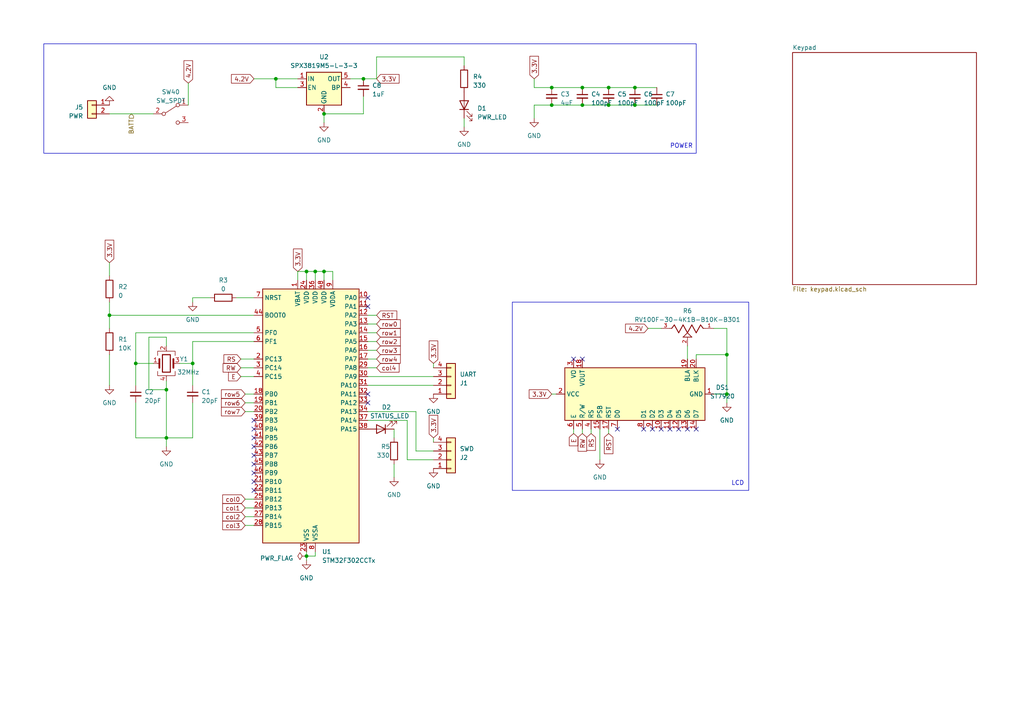
<source format=kicad_sch>
(kicad_sch (version 20230121) (generator eeschema)

  (uuid 93ab398d-2bc1-43d1-95ca-7ee2f6642cb4)

  (paper "A4")

  (lib_symbols
    (symbol "Connector_Generic:Conn_01x02" (pin_names (offset 1.016) hide) (in_bom yes) (on_board yes)
      (property "Reference" "J" (at 0 2.54 0)
        (effects (font (size 1.27 1.27)))
      )
      (property "Value" "Conn_01x02" (at 0 -5.08 0)
        (effects (font (size 1.27 1.27)))
      )
      (property "Footprint" "" (at 0 0 0)
        (effects (font (size 1.27 1.27)) hide)
      )
      (property "Datasheet" "~" (at 0 0 0)
        (effects (font (size 1.27 1.27)) hide)
      )
      (property "ki_keywords" "connector" (at 0 0 0)
        (effects (font (size 1.27 1.27)) hide)
      )
      (property "ki_description" "Generic connector, single row, 01x02, script generated (kicad-library-utils/schlib/autogen/connector/)" (at 0 0 0)
        (effects (font (size 1.27 1.27)) hide)
      )
      (property "ki_fp_filters" "Connector*:*_1x??_*" (at 0 0 0)
        (effects (font (size 1.27 1.27)) hide)
      )
      (symbol "Conn_01x02_1_1"
        (rectangle (start -1.27 -2.413) (end 0 -2.667)
          (stroke (width 0.1524) (type default))
          (fill (type none))
        )
        (rectangle (start -1.27 0.127) (end 0 -0.127)
          (stroke (width 0.1524) (type default))
          (fill (type none))
        )
        (rectangle (start -1.27 1.27) (end 1.27 -3.81)
          (stroke (width 0.254) (type default))
          (fill (type background))
        )
        (pin passive line (at -5.08 0 0) (length 3.81)
          (name "Pin_1" (effects (font (size 1.27 1.27))))
          (number "1" (effects (font (size 1.27 1.27))))
        )
        (pin passive line (at -5.08 -2.54 0) (length 3.81)
          (name "Pin_2" (effects (font (size 1.27 1.27))))
          (number "2" (effects (font (size 1.27 1.27))))
        )
      )
    )
    (symbol "Connector_Generic:Conn_01x04" (pin_names (offset 1.016) hide) (in_bom yes) (on_board yes)
      (property "Reference" "J" (at 0 5.08 0)
        (effects (font (size 1.27 1.27)))
      )
      (property "Value" "Conn_01x04" (at 0 -7.62 0)
        (effects (font (size 1.27 1.27)))
      )
      (property "Footprint" "" (at 0 0 0)
        (effects (font (size 1.27 1.27)) hide)
      )
      (property "Datasheet" "~" (at 0 0 0)
        (effects (font (size 1.27 1.27)) hide)
      )
      (property "ki_keywords" "connector" (at 0 0 0)
        (effects (font (size 1.27 1.27)) hide)
      )
      (property "ki_description" "Generic connector, single row, 01x04, script generated (kicad-library-utils/schlib/autogen/connector/)" (at 0 0 0)
        (effects (font (size 1.27 1.27)) hide)
      )
      (property "ki_fp_filters" "Connector*:*_1x??_*" (at 0 0 0)
        (effects (font (size 1.27 1.27)) hide)
      )
      (symbol "Conn_01x04_1_1"
        (rectangle (start -1.27 -4.953) (end 0 -5.207)
          (stroke (width 0.1524) (type default))
          (fill (type none))
        )
        (rectangle (start -1.27 -2.413) (end 0 -2.667)
          (stroke (width 0.1524) (type default))
          (fill (type none))
        )
        (rectangle (start -1.27 0.127) (end 0 -0.127)
          (stroke (width 0.1524) (type default))
          (fill (type none))
        )
        (rectangle (start -1.27 2.667) (end 0 2.413)
          (stroke (width 0.1524) (type default))
          (fill (type none))
        )
        (rectangle (start -1.27 3.81) (end 1.27 -6.35)
          (stroke (width 0.254) (type default))
          (fill (type background))
        )
        (pin passive line (at -5.08 2.54 0) (length 3.81)
          (name "Pin_1" (effects (font (size 1.27 1.27))))
          (number "1" (effects (font (size 1.27 1.27))))
        )
        (pin passive line (at -5.08 0 0) (length 3.81)
          (name "Pin_2" (effects (font (size 1.27 1.27))))
          (number "2" (effects (font (size 1.27 1.27))))
        )
        (pin passive line (at -5.08 -2.54 0) (length 3.81)
          (name "Pin_3" (effects (font (size 1.27 1.27))))
          (number "3" (effects (font (size 1.27 1.27))))
        )
        (pin passive line (at -5.08 -5.08 0) (length 3.81)
          (name "Pin_4" (effects (font (size 1.27 1.27))))
          (number "4" (effects (font (size 1.27 1.27))))
        )
      )
    )
    (symbol "Device:C_Small" (pin_numbers hide) (pin_names (offset 0.254) hide) (in_bom yes) (on_board yes)
      (property "Reference" "C" (at 0.254 1.778 0)
        (effects (font (size 1.27 1.27)) (justify left))
      )
      (property "Value" "C_Small" (at 0.254 -2.032 0)
        (effects (font (size 1.27 1.27)) (justify left))
      )
      (property "Footprint" "" (at 0 0 0)
        (effects (font (size 1.27 1.27)) hide)
      )
      (property "Datasheet" "~" (at 0 0 0)
        (effects (font (size 1.27 1.27)) hide)
      )
      (property "ki_keywords" "capacitor cap" (at 0 0 0)
        (effects (font (size 1.27 1.27)) hide)
      )
      (property "ki_description" "Unpolarized capacitor, small symbol" (at 0 0 0)
        (effects (font (size 1.27 1.27)) hide)
      )
      (property "ki_fp_filters" "C_*" (at 0 0 0)
        (effects (font (size 1.27 1.27)) hide)
      )
      (symbol "C_Small_0_1"
        (polyline
          (pts
            (xy -1.524 -0.508)
            (xy 1.524 -0.508)
          )
          (stroke (width 0.3302) (type default))
          (fill (type none))
        )
        (polyline
          (pts
            (xy -1.524 0.508)
            (xy 1.524 0.508)
          )
          (stroke (width 0.3048) (type default))
          (fill (type none))
        )
      )
      (symbol "C_Small_1_1"
        (pin passive line (at 0 2.54 270) (length 2.032)
          (name "~" (effects (font (size 1.27 1.27))))
          (number "1" (effects (font (size 1.27 1.27))))
        )
        (pin passive line (at 0 -2.54 90) (length 2.032)
          (name "~" (effects (font (size 1.27 1.27))))
          (number "2" (effects (font (size 1.27 1.27))))
        )
      )
    )
    (symbol "Device:Crystal_GND24" (pin_names (offset 1.016) hide) (in_bom yes) (on_board yes)
      (property "Reference" "Y" (at 3.175 5.08 0)
        (effects (font (size 1.27 1.27)) (justify left))
      )
      (property "Value" "Crystal_GND24" (at 3.175 3.175 0)
        (effects (font (size 1.27 1.27)) (justify left))
      )
      (property "Footprint" "" (at 0 0 0)
        (effects (font (size 1.27 1.27)) hide)
      )
      (property "Datasheet" "~" (at 0 0 0)
        (effects (font (size 1.27 1.27)) hide)
      )
      (property "ki_keywords" "quartz ceramic resonator oscillator" (at 0 0 0)
        (effects (font (size 1.27 1.27)) hide)
      )
      (property "ki_description" "Four pin crystal, GND on pins 2 and 4" (at 0 0 0)
        (effects (font (size 1.27 1.27)) hide)
      )
      (property "ki_fp_filters" "Crystal*" (at 0 0 0)
        (effects (font (size 1.27 1.27)) hide)
      )
      (symbol "Crystal_GND24_0_1"
        (rectangle (start -1.143 2.54) (end 1.143 -2.54)
          (stroke (width 0.3048) (type default))
          (fill (type none))
        )
        (polyline
          (pts
            (xy -2.54 0)
            (xy -2.032 0)
          )
          (stroke (width 0) (type default))
          (fill (type none))
        )
        (polyline
          (pts
            (xy -2.032 -1.27)
            (xy -2.032 1.27)
          )
          (stroke (width 0.508) (type default))
          (fill (type none))
        )
        (polyline
          (pts
            (xy 0 -3.81)
            (xy 0 -3.556)
          )
          (stroke (width 0) (type default))
          (fill (type none))
        )
        (polyline
          (pts
            (xy 0 3.556)
            (xy 0 3.81)
          )
          (stroke (width 0) (type default))
          (fill (type none))
        )
        (polyline
          (pts
            (xy 2.032 -1.27)
            (xy 2.032 1.27)
          )
          (stroke (width 0.508) (type default))
          (fill (type none))
        )
        (polyline
          (pts
            (xy 2.032 0)
            (xy 2.54 0)
          )
          (stroke (width 0) (type default))
          (fill (type none))
        )
        (polyline
          (pts
            (xy -2.54 -2.286)
            (xy -2.54 -3.556)
            (xy 2.54 -3.556)
            (xy 2.54 -2.286)
          )
          (stroke (width 0) (type default))
          (fill (type none))
        )
        (polyline
          (pts
            (xy -2.54 2.286)
            (xy -2.54 3.556)
            (xy 2.54 3.556)
            (xy 2.54 2.286)
          )
          (stroke (width 0) (type default))
          (fill (type none))
        )
      )
      (symbol "Crystal_GND24_1_1"
        (pin passive line (at -3.81 0 0) (length 1.27)
          (name "1" (effects (font (size 1.27 1.27))))
          (number "1" (effects (font (size 1.27 1.27))))
        )
        (pin passive line (at 0 5.08 270) (length 1.27)
          (name "2" (effects (font (size 1.27 1.27))))
          (number "2" (effects (font (size 1.27 1.27))))
        )
        (pin passive line (at 3.81 0 180) (length 1.27)
          (name "3" (effects (font (size 1.27 1.27))))
          (number "3" (effects (font (size 1.27 1.27))))
        )
        (pin passive line (at 0 -5.08 90) (length 1.27)
          (name "4" (effects (font (size 1.27 1.27))))
          (number "4" (effects (font (size 1.27 1.27))))
        )
      )
    )
    (symbol "Device:LED" (pin_numbers hide) (pin_names (offset 1.016) hide) (in_bom yes) (on_board yes)
      (property "Reference" "D" (at 0 2.54 0)
        (effects (font (size 1.27 1.27)))
      )
      (property "Value" "LED" (at 0 -2.54 0)
        (effects (font (size 1.27 1.27)))
      )
      (property "Footprint" "" (at 0 0 0)
        (effects (font (size 1.27 1.27)) hide)
      )
      (property "Datasheet" "~" (at 0 0 0)
        (effects (font (size 1.27 1.27)) hide)
      )
      (property "ki_keywords" "LED diode" (at 0 0 0)
        (effects (font (size 1.27 1.27)) hide)
      )
      (property "ki_description" "Light emitting diode" (at 0 0 0)
        (effects (font (size 1.27 1.27)) hide)
      )
      (property "ki_fp_filters" "LED* LED_SMD:* LED_THT:*" (at 0 0 0)
        (effects (font (size 1.27 1.27)) hide)
      )
      (symbol "LED_0_1"
        (polyline
          (pts
            (xy -1.27 -1.27)
            (xy -1.27 1.27)
          )
          (stroke (width 0.254) (type default))
          (fill (type none))
        )
        (polyline
          (pts
            (xy -1.27 0)
            (xy 1.27 0)
          )
          (stroke (width 0) (type default))
          (fill (type none))
        )
        (polyline
          (pts
            (xy 1.27 -1.27)
            (xy 1.27 1.27)
            (xy -1.27 0)
            (xy 1.27 -1.27)
          )
          (stroke (width 0.254) (type default))
          (fill (type none))
        )
        (polyline
          (pts
            (xy -3.048 -0.762)
            (xy -4.572 -2.286)
            (xy -3.81 -2.286)
            (xy -4.572 -2.286)
            (xy -4.572 -1.524)
          )
          (stroke (width 0) (type default))
          (fill (type none))
        )
        (polyline
          (pts
            (xy -1.778 -0.762)
            (xy -3.302 -2.286)
            (xy -2.54 -2.286)
            (xy -3.302 -2.286)
            (xy -3.302 -1.524)
          )
          (stroke (width 0) (type default))
          (fill (type none))
        )
      )
      (symbol "LED_1_1"
        (pin passive line (at -3.81 0 0) (length 2.54)
          (name "K" (effects (font (size 1.27 1.27))))
          (number "1" (effects (font (size 1.27 1.27))))
        )
        (pin passive line (at 3.81 0 180) (length 2.54)
          (name "A" (effects (font (size 1.27 1.27))))
          (number "2" (effects (font (size 1.27 1.27))))
        )
      )
    )
    (symbol "Device:R" (pin_numbers hide) (pin_names (offset 0)) (in_bom yes) (on_board yes)
      (property "Reference" "R" (at 2.032 0 90)
        (effects (font (size 1.27 1.27)))
      )
      (property "Value" "R" (at 0 0 90)
        (effects (font (size 1.27 1.27)))
      )
      (property "Footprint" "" (at -1.778 0 90)
        (effects (font (size 1.27 1.27)) hide)
      )
      (property "Datasheet" "~" (at 0 0 0)
        (effects (font (size 1.27 1.27)) hide)
      )
      (property "ki_keywords" "R res resistor" (at 0 0 0)
        (effects (font (size 1.27 1.27)) hide)
      )
      (property "ki_description" "Resistor" (at 0 0 0)
        (effects (font (size 1.27 1.27)) hide)
      )
      (property "ki_fp_filters" "R_*" (at 0 0 0)
        (effects (font (size 1.27 1.27)) hide)
      )
      (symbol "R_0_1"
        (rectangle (start -1.016 -2.54) (end 1.016 2.54)
          (stroke (width 0.254) (type default))
          (fill (type none))
        )
      )
      (symbol "R_1_1"
        (pin passive line (at 0 3.81 270) (length 1.27)
          (name "~" (effects (font (size 1.27 1.27))))
          (number "1" (effects (font (size 1.27 1.27))))
        )
        (pin passive line (at 0 -3.81 90) (length 1.27)
          (name "~" (effects (font (size 1.27 1.27))))
          (number "2" (effects (font (size 1.27 1.27))))
        )
      )
    )
    (symbol "Display_Graphic:ST7920" (in_bom yes) (on_board yes)
      (property "Reference" "DS" (at -7.62 22.86 0)
        (effects (font (size 1.27 1.27)))
      )
      (property "Value" "ST7920" (at 7.62 22.86 0)
        (effects (font (size 1.27 1.27)))
      )
      (property "Footprint" "Display:ST7920_128x64" (at 0 -22.86 0)
        (effects (font (size 1.27 1.27) italic) hide)
      )
      (property "Datasheet" "https://www.waveshare.com/datasheet/LCD_en_PDF/ST7920.pdf" (at 17.78 0 0)
        (effects (font (size 1.27 1.27)) hide)
      )
      (property "ki_keywords" "display LCD dot-matrix" (at 0 0 0)
        (effects (font (size 1.27 1.27)) hide)
      )
      (property "ki_description" "LCD dot-matrix, graphical, 8 bit parallel bus, SPI" (at 0 0 0)
        (effects (font (size 1.27 1.27)) hide)
      )
      (property "ki_fp_filters" "*ST*7920*" (at 0 0 0)
        (effects (font (size 1.27 1.27)) hide)
      )
      (symbol "ST7920_0_0"
        (pin input line (at -10.16 7.62 0) (length 2.54)
          (name "RST" (effects (font (size 1.27 1.27))))
          (number "17" (effects (font (size 1.27 1.27))))
        )
        (pin power_out line (at 10.16 15.24 180) (length 2.54)
          (name "VOUT" (effects (font (size 1.27 1.27))))
          (number "18" (effects (font (size 1.27 1.27))))
        )
        (pin input line (at 10.16 -15.24 180) (length 2.54)
          (name "BLA" (effects (font (size 1.27 1.27))))
          (number "19" (effects (font (size 1.27 1.27))))
        )
        (pin input line (at 10.16 -17.78 180) (length 2.54)
          (name "BLK" (effects (font (size 1.27 1.27))))
          (number "20" (effects (font (size 1.27 1.27))))
        )
      )
      (symbol "ST7920_1_1"
        (rectangle (start -7.62 20.32) (end 7.62 -20.32)
          (stroke (width 0.254) (type default))
          (fill (type background))
        )
        (pin power_in line (at 0 -22.86 90) (length 2.54)
          (name "GND" (effects (font (size 1.27 1.27))))
          (number "1" (effects (font (size 1.27 1.27))))
        )
        (pin input line (at -10.16 -7.62 0) (length 2.54)
          (name "D3" (effects (font (size 1.27 1.27))))
          (number "10" (effects (font (size 1.27 1.27))))
        )
        (pin input line (at -10.16 -10.16 0) (length 2.54)
          (name "D4" (effects (font (size 1.27 1.27))))
          (number "11" (effects (font (size 1.27 1.27))))
        )
        (pin input line (at -10.16 -12.7 0) (length 2.54)
          (name "D5" (effects (font (size 1.27 1.27))))
          (number "12" (effects (font (size 1.27 1.27))))
        )
        (pin input line (at -10.16 -15.24 0) (length 2.54)
          (name "D6" (effects (font (size 1.27 1.27))))
          (number "13" (effects (font (size 1.27 1.27))))
        )
        (pin input line (at -10.16 -17.78 0) (length 2.54)
          (name "D7" (effects (font (size 1.27 1.27))))
          (number "14" (effects (font (size 1.27 1.27))))
        )
        (pin input line (at -10.16 10.16 0) (length 2.54)
          (name "PSB" (effects (font (size 1.27 1.27))))
          (number "15" (effects (font (size 1.27 1.27))))
        )
        (pin no_connect line (at 7.62 12.7 180) (length 2.54) hide
          (name "NC" (effects (font (size 1.27 1.27))))
          (number "16" (effects (font (size 1.27 1.27))))
        )
        (pin power_in line (at 0 22.86 270) (length 2.54)
          (name "VCC" (effects (font (size 1.27 1.27))))
          (number "2" (effects (font (size 1.27 1.27))))
        )
        (pin input line (at 10.16 17.78 180) (length 2.54)
          (name "VO" (effects (font (size 1.27 1.27))))
          (number "3" (effects (font (size 1.27 1.27))))
        )
        (pin input line (at -10.16 12.7 0) (length 2.54)
          (name "RS" (effects (font (size 1.27 1.27))))
          (number "4" (effects (font (size 1.27 1.27))))
        )
        (pin input line (at -10.16 15.24 0) (length 2.54)
          (name "R/W" (effects (font (size 1.27 1.27))))
          (number "5" (effects (font (size 1.27 1.27))))
        )
        (pin input line (at -10.16 17.78 0) (length 2.54)
          (name "E" (effects (font (size 1.27 1.27))))
          (number "6" (effects (font (size 1.27 1.27))))
        )
        (pin input line (at -10.16 5.08 0) (length 2.54)
          (name "D0" (effects (font (size 1.27 1.27))))
          (number "7" (effects (font (size 1.27 1.27))))
        )
        (pin input line (at -10.16 -2.54 0) (length 2.54)
          (name "D1" (effects (font (size 1.27 1.27))))
          (number "8" (effects (font (size 1.27 1.27))))
        )
        (pin input line (at -10.16 -5.08 0) (length 2.54)
          (name "D2" (effects (font (size 1.27 1.27))))
          (number "9" (effects (font (size 1.27 1.27))))
        )
      )
    )
    (symbol "MCU_ST_STM32F3:STM32F302CCTx" (in_bom yes) (on_board yes)
      (property "Reference" "U" (at -12.7 39.37 0)
        (effects (font (size 1.27 1.27)) (justify left))
      )
      (property "Value" "STM32F302CCTx" (at 10.16 39.37 0)
        (effects (font (size 1.27 1.27)) (justify left))
      )
      (property "Footprint" "Package_QFP:LQFP-48_7x7mm_P0.5mm" (at -12.7 -35.56 0)
        (effects (font (size 1.27 1.27)) (justify right) hide)
      )
      (property "Datasheet" "https://www.st.com/resource/en/datasheet/stm32f302cc.pdf" (at 0 0 0)
        (effects (font (size 1.27 1.27)) hide)
      )
      (property "ki_locked" "" (at 0 0 0)
        (effects (font (size 1.27 1.27)))
      )
      (property "ki_keywords" "Arm Cortex-M4 STM32F3 STM32F302" (at 0 0 0)
        (effects (font (size 1.27 1.27)) hide)
      )
      (property "ki_description" "STMicroelectronics Arm Cortex-M4 MCU, 256KB flash, 40KB RAM, 72 MHz, 2.0-3.6V, 37 GPIO, LQFP48" (at 0 0 0)
        (effects (font (size 1.27 1.27)) hide)
      )
      (property "ki_fp_filters" "LQFP*7x7mm*P0.5mm*" (at 0 0 0)
        (effects (font (size 1.27 1.27)) hide)
      )
      (symbol "STM32F302CCTx_0_1"
        (rectangle (start -12.7 -35.56) (end 15.24 38.1)
          (stroke (width 0.254) (type default))
          (fill (type background))
        )
      )
      (symbol "STM32F302CCTx_1_1"
        (pin power_in line (at -2.54 40.64 270) (length 2.54)
          (name "VBAT" (effects (font (size 1.27 1.27))))
          (number "1" (effects (font (size 1.27 1.27))))
        )
        (pin bidirectional line (at 17.78 35.56 180) (length 2.54)
          (name "PA0" (effects (font (size 1.27 1.27))))
          (number "10" (effects (font (size 1.27 1.27))))
          (alternate "ADC1_IN1" bidirectional line)
          (alternate "COMP1_INM" bidirectional line)
          (alternate "COMP1_OUT" bidirectional line)
          (alternate "RTC_TAMP2" bidirectional line)
          (alternate "SYS_WKUP1" bidirectional line)
          (alternate "TIM2_CH1" bidirectional line)
          (alternate "TIM2_ETR" bidirectional line)
          (alternate "TSC_G1_IO1" bidirectional line)
          (alternate "USART2_CTS" bidirectional line)
        )
        (pin bidirectional line (at 17.78 33.02 180) (length 2.54)
          (name "PA1" (effects (font (size 1.27 1.27))))
          (number "11" (effects (font (size 1.27 1.27))))
          (alternate "ADC1_IN2" bidirectional line)
          (alternate "COMP1_INP" bidirectional line)
          (alternate "OPAMP1_VINP" bidirectional line)
          (alternate "OPAMP1_VINP_SEC" bidirectional line)
          (alternate "RTC_REFIN" bidirectional line)
          (alternate "TIM15_CH1N" bidirectional line)
          (alternate "TIM2_CH2" bidirectional line)
          (alternate "TSC_G1_IO2" bidirectional line)
          (alternate "USART2_DE" bidirectional line)
          (alternate "USART2_RTS" bidirectional line)
        )
        (pin bidirectional line (at 17.78 30.48 180) (length 2.54)
          (name "PA2" (effects (font (size 1.27 1.27))))
          (number "12" (effects (font (size 1.27 1.27))))
          (alternate "ADC1_IN3" bidirectional line)
          (alternate "COMP2_INM" bidirectional line)
          (alternate "COMP2_OUT" bidirectional line)
          (alternate "OPAMP1_VOUT" bidirectional line)
          (alternate "TIM15_CH1" bidirectional line)
          (alternate "TIM2_CH3" bidirectional line)
          (alternate "TSC_G1_IO3" bidirectional line)
          (alternate "USART2_TX" bidirectional line)
        )
        (pin bidirectional line (at 17.78 27.94 180) (length 2.54)
          (name "PA3" (effects (font (size 1.27 1.27))))
          (number "13" (effects (font (size 1.27 1.27))))
          (alternate "ADC1_IN4" bidirectional line)
          (alternate "COMP2_INP" bidirectional line)
          (alternate "OPAMP1_VINM" bidirectional line)
          (alternate "OPAMP1_VINM_SEC" bidirectional line)
          (alternate "OPAMP1_VINP" bidirectional line)
          (alternate "OPAMP1_VINP_SEC" bidirectional line)
          (alternate "TIM15_CH2" bidirectional line)
          (alternate "TIM2_CH4" bidirectional line)
          (alternate "TSC_G1_IO4" bidirectional line)
          (alternate "USART2_RX" bidirectional line)
        )
        (pin bidirectional line (at 17.78 25.4 180) (length 2.54)
          (name "PA4" (effects (font (size 1.27 1.27))))
          (number "14" (effects (font (size 1.27 1.27))))
          (alternate "ADC2_IN1" bidirectional line)
          (alternate "COMP1_INM" bidirectional line)
          (alternate "COMP2_INM" bidirectional line)
          (alternate "COMP4_INM" bidirectional line)
          (alternate "COMP6_INM" bidirectional line)
          (alternate "DAC_OUT1" bidirectional line)
          (alternate "I2S3_WS" bidirectional line)
          (alternate "SPI1_NSS" bidirectional line)
          (alternate "SPI3_NSS" bidirectional line)
          (alternate "TIM3_CH2" bidirectional line)
          (alternate "TSC_G2_IO1" bidirectional line)
          (alternate "USART2_CK" bidirectional line)
        )
        (pin bidirectional line (at 17.78 22.86 180) (length 2.54)
          (name "PA5" (effects (font (size 1.27 1.27))))
          (number "15" (effects (font (size 1.27 1.27))))
          (alternate "ADC2_IN2" bidirectional line)
          (alternate "COMP1_INM" bidirectional line)
          (alternate "COMP2_INM" bidirectional line)
          (alternate "COMP4_INM" bidirectional line)
          (alternate "COMP6_INM" bidirectional line)
          (alternate "OPAMP1_VINP" bidirectional line)
          (alternate "OPAMP1_VINP_SEC" bidirectional line)
          (alternate "OPAMP2_VINM" bidirectional line)
          (alternate "OPAMP2_VINM_SEC" bidirectional line)
          (alternate "SPI1_SCK" bidirectional line)
          (alternate "TIM2_CH1" bidirectional line)
          (alternate "TIM2_ETR" bidirectional line)
          (alternate "TSC_G2_IO2" bidirectional line)
        )
        (pin bidirectional line (at 17.78 20.32 180) (length 2.54)
          (name "PA6" (effects (font (size 1.27 1.27))))
          (number "16" (effects (font (size 1.27 1.27))))
          (alternate "ADC2_IN3" bidirectional line)
          (alternate "COMP1_OUT" bidirectional line)
          (alternate "OPAMP2_VOUT" bidirectional line)
          (alternate "SPI1_MISO" bidirectional line)
          (alternate "TIM16_CH1" bidirectional line)
          (alternate "TIM1_BKIN" bidirectional line)
          (alternate "TIM3_CH1" bidirectional line)
          (alternate "TSC_G2_IO3" bidirectional line)
        )
        (pin bidirectional line (at 17.78 17.78 180) (length 2.54)
          (name "PA7" (effects (font (size 1.27 1.27))))
          (number "17" (effects (font (size 1.27 1.27))))
          (alternate "ADC2_IN4" bidirectional line)
          (alternate "COMP2_INP" bidirectional line)
          (alternate "COMP2_OUT" bidirectional line)
          (alternate "OPAMP1_VINP" bidirectional line)
          (alternate "OPAMP1_VINP_SEC" bidirectional line)
          (alternate "OPAMP2_VINP" bidirectional line)
          (alternate "OPAMP2_VINP_SEC" bidirectional line)
          (alternate "SPI1_MOSI" bidirectional line)
          (alternate "TIM17_CH1" bidirectional line)
          (alternate "TIM1_CH1N" bidirectional line)
          (alternate "TIM3_CH2" bidirectional line)
          (alternate "TSC_G2_IO4" bidirectional line)
        )
        (pin bidirectional line (at -15.24 7.62 0) (length 2.54)
          (name "PB0" (effects (font (size 1.27 1.27))))
          (number "18" (effects (font (size 1.27 1.27))))
          (alternate "COMP4_INP" bidirectional line)
          (alternate "OPAMP2_VINP" bidirectional line)
          (alternate "OPAMP2_VINP_SEC" bidirectional line)
          (alternate "TIM1_CH2N" bidirectional line)
          (alternate "TIM3_CH3" bidirectional line)
          (alternate "TSC_G3_IO2" bidirectional line)
        )
        (pin bidirectional line (at -15.24 5.08 0) (length 2.54)
          (name "PB1" (effects (font (size 1.27 1.27))))
          (number "19" (effects (font (size 1.27 1.27))))
          (alternate "COMP4_OUT" bidirectional line)
          (alternate "TIM1_CH3N" bidirectional line)
          (alternate "TIM3_CH4" bidirectional line)
          (alternate "TSC_G3_IO3" bidirectional line)
        )
        (pin bidirectional line (at -15.24 17.78 0) (length 2.54)
          (name "PC13" (effects (font (size 1.27 1.27))))
          (number "2" (effects (font (size 1.27 1.27))))
          (alternate "RTC_OUT_ALARM" bidirectional line)
          (alternate "RTC_OUT_CALIB" bidirectional line)
          (alternate "RTC_TAMP1" bidirectional line)
          (alternate "RTC_TS" bidirectional line)
          (alternate "SYS_WKUP2" bidirectional line)
          (alternate "TIM1_CH1N" bidirectional line)
        )
        (pin bidirectional line (at -15.24 2.54 0) (length 2.54)
          (name "PB2" (effects (font (size 1.27 1.27))))
          (number "20" (effects (font (size 1.27 1.27))))
          (alternate "ADC2_IN12" bidirectional line)
          (alternate "COMP4_INM" bidirectional line)
          (alternate "TSC_G3_IO4" bidirectional line)
        )
        (pin bidirectional line (at -15.24 -17.78 0) (length 2.54)
          (name "PB10" (effects (font (size 1.27 1.27))))
          (number "21" (effects (font (size 1.27 1.27))))
          (alternate "TIM2_CH3" bidirectional line)
          (alternate "TSC_SYNC" bidirectional line)
          (alternate "USART3_TX" bidirectional line)
        )
        (pin bidirectional line (at -15.24 -20.32 0) (length 2.54)
          (name "PB11" (effects (font (size 1.27 1.27))))
          (number "22" (effects (font (size 1.27 1.27))))
          (alternate "ADC1_EXTI11" bidirectional line)
          (alternate "ADC2_EXTI11" bidirectional line)
          (alternate "COMP6_INP" bidirectional line)
          (alternate "TIM2_CH4" bidirectional line)
          (alternate "TSC_G6_IO1" bidirectional line)
          (alternate "USART3_RX" bidirectional line)
        )
        (pin power_in line (at 0 -38.1 90) (length 2.54)
          (name "VSS" (effects (font (size 1.27 1.27))))
          (number "23" (effects (font (size 1.27 1.27))))
        )
        (pin power_in line (at 0 40.64 270) (length 2.54)
          (name "VDD" (effects (font (size 1.27 1.27))))
          (number "24" (effects (font (size 1.27 1.27))))
        )
        (pin bidirectional line (at -15.24 -22.86 0) (length 2.54)
          (name "PB12" (effects (font (size 1.27 1.27))))
          (number "25" (effects (font (size 1.27 1.27))))
          (alternate "I2C2_SMBA" bidirectional line)
          (alternate "I2S2_WS" bidirectional line)
          (alternate "SPI2_NSS" bidirectional line)
          (alternate "TIM1_BKIN" bidirectional line)
          (alternate "TSC_G6_IO2" bidirectional line)
          (alternate "USART3_CK" bidirectional line)
        )
        (pin bidirectional line (at -15.24 -25.4 0) (length 2.54)
          (name "PB13" (effects (font (size 1.27 1.27))))
          (number "26" (effects (font (size 1.27 1.27))))
          (alternate "I2S2_CK" bidirectional line)
          (alternate "SPI2_SCK" bidirectional line)
          (alternate "TIM1_CH1N" bidirectional line)
          (alternate "TSC_G6_IO3" bidirectional line)
          (alternate "USART3_CTS" bidirectional line)
        )
        (pin bidirectional line (at -15.24 -27.94 0) (length 2.54)
          (name "PB14" (effects (font (size 1.27 1.27))))
          (number "27" (effects (font (size 1.27 1.27))))
          (alternate "I2S2_ext_SD" bidirectional line)
          (alternate "OPAMP2_VINP" bidirectional line)
          (alternate "OPAMP2_VINP_SEC" bidirectional line)
          (alternate "SPI2_MISO" bidirectional line)
          (alternate "TIM15_CH1" bidirectional line)
          (alternate "TIM1_CH2N" bidirectional line)
          (alternate "TSC_G6_IO4" bidirectional line)
          (alternate "USART3_DE" bidirectional line)
          (alternate "USART3_RTS" bidirectional line)
        )
        (pin bidirectional line (at -15.24 -30.48 0) (length 2.54)
          (name "PB15" (effects (font (size 1.27 1.27))))
          (number "28" (effects (font (size 1.27 1.27))))
          (alternate "ADC1_EXTI15" bidirectional line)
          (alternate "ADC2_EXTI15" bidirectional line)
          (alternate "COMP6_INM" bidirectional line)
          (alternate "I2S2_SD" bidirectional line)
          (alternate "RTC_REFIN" bidirectional line)
          (alternate "SPI2_MOSI" bidirectional line)
          (alternate "TIM15_CH1N" bidirectional line)
          (alternate "TIM15_CH2" bidirectional line)
          (alternate "TIM1_CH3N" bidirectional line)
        )
        (pin bidirectional line (at 17.78 15.24 180) (length 2.54)
          (name "PA8" (effects (font (size 1.27 1.27))))
          (number "29" (effects (font (size 1.27 1.27))))
          (alternate "I2C2_SMBA" bidirectional line)
          (alternate "I2S2_MCK" bidirectional line)
          (alternate "RCC_MCO" bidirectional line)
          (alternate "TIM1_CH1" bidirectional line)
          (alternate "TIM4_ETR" bidirectional line)
          (alternate "USART1_CK" bidirectional line)
        )
        (pin bidirectional line (at -15.24 15.24 0) (length 2.54)
          (name "PC14" (effects (font (size 1.27 1.27))))
          (number "3" (effects (font (size 1.27 1.27))))
          (alternate "RCC_OSC32_IN" bidirectional line)
        )
        (pin bidirectional line (at 17.78 12.7 180) (length 2.54)
          (name "PA9" (effects (font (size 1.27 1.27))))
          (number "30" (effects (font (size 1.27 1.27))))
          (alternate "DAC_EXTI9" bidirectional line)
          (alternate "I2C2_SCL" bidirectional line)
          (alternate "I2S3_MCK" bidirectional line)
          (alternate "TIM15_BKIN" bidirectional line)
          (alternate "TIM1_CH2" bidirectional line)
          (alternate "TIM2_CH3" bidirectional line)
          (alternate "TSC_G4_IO1" bidirectional line)
          (alternate "USART1_TX" bidirectional line)
        )
        (pin bidirectional line (at 17.78 10.16 180) (length 2.54)
          (name "PA10" (effects (font (size 1.27 1.27))))
          (number "31" (effects (font (size 1.27 1.27))))
          (alternate "COMP6_OUT" bidirectional line)
          (alternate "I2C2_SDA" bidirectional line)
          (alternate "TIM17_BKIN" bidirectional line)
          (alternate "TIM1_CH3" bidirectional line)
          (alternate "TIM2_CH4" bidirectional line)
          (alternate "TSC_G4_IO2" bidirectional line)
          (alternate "USART1_RX" bidirectional line)
        )
        (pin bidirectional line (at 17.78 7.62 180) (length 2.54)
          (name "PA11" (effects (font (size 1.27 1.27))))
          (number "32" (effects (font (size 1.27 1.27))))
          (alternate "ADC1_EXTI11" bidirectional line)
          (alternate "ADC2_EXTI11" bidirectional line)
          (alternate "CAN_RX" bidirectional line)
          (alternate "COMP1_OUT" bidirectional line)
          (alternate "TIM1_BKIN2" bidirectional line)
          (alternate "TIM1_CH1N" bidirectional line)
          (alternate "TIM1_CH4" bidirectional line)
          (alternate "TIM4_CH1" bidirectional line)
          (alternate "USART1_CTS" bidirectional line)
          (alternate "USB_DM" bidirectional line)
        )
        (pin bidirectional line (at 17.78 5.08 180) (length 2.54)
          (name "PA12" (effects (font (size 1.27 1.27))))
          (number "33" (effects (font (size 1.27 1.27))))
          (alternate "CAN_TX" bidirectional line)
          (alternate "COMP2_OUT" bidirectional line)
          (alternate "TIM16_CH1" bidirectional line)
          (alternate "TIM1_CH2N" bidirectional line)
          (alternate "TIM1_ETR" bidirectional line)
          (alternate "TIM4_CH2" bidirectional line)
          (alternate "USART1_DE" bidirectional line)
          (alternate "USART1_RTS" bidirectional line)
          (alternate "USB_DP" bidirectional line)
        )
        (pin bidirectional line (at 17.78 2.54 180) (length 2.54)
          (name "PA13" (effects (font (size 1.27 1.27))))
          (number "34" (effects (font (size 1.27 1.27))))
          (alternate "IR_OUT" bidirectional line)
          (alternate "SYS_JTMS-SWDIO" bidirectional line)
          (alternate "TIM16_CH1N" bidirectional line)
          (alternate "TIM4_CH3" bidirectional line)
          (alternate "TSC_G4_IO3" bidirectional line)
          (alternate "USART3_CTS" bidirectional line)
        )
        (pin passive line (at 0 -38.1 90) (length 2.54) hide
          (name "VSS" (effects (font (size 1.27 1.27))))
          (number "35" (effects (font (size 1.27 1.27))))
        )
        (pin power_in line (at 2.54 40.64 270) (length 2.54)
          (name "VDD" (effects (font (size 1.27 1.27))))
          (number "36" (effects (font (size 1.27 1.27))))
        )
        (pin bidirectional line (at 17.78 0 180) (length 2.54)
          (name "PA14" (effects (font (size 1.27 1.27))))
          (number "37" (effects (font (size 1.27 1.27))))
          (alternate "I2C1_SDA" bidirectional line)
          (alternate "SYS_JTCK-SWCLK" bidirectional line)
          (alternate "TIM1_BKIN" bidirectional line)
          (alternate "TSC_G4_IO4" bidirectional line)
          (alternate "USART2_TX" bidirectional line)
        )
        (pin bidirectional line (at 17.78 -2.54 180) (length 2.54)
          (name "PA15" (effects (font (size 1.27 1.27))))
          (number "38" (effects (font (size 1.27 1.27))))
          (alternate "ADC1_EXTI15" bidirectional line)
          (alternate "ADC2_EXTI15" bidirectional line)
          (alternate "I2C1_SCL" bidirectional line)
          (alternate "I2S3_WS" bidirectional line)
          (alternate "SPI1_NSS" bidirectional line)
          (alternate "SPI3_NSS" bidirectional line)
          (alternate "SYS_JTDI" bidirectional line)
          (alternate "TIM1_BKIN" bidirectional line)
          (alternate "TIM2_CH1" bidirectional line)
          (alternate "TIM2_ETR" bidirectional line)
          (alternate "USART2_RX" bidirectional line)
        )
        (pin bidirectional line (at -15.24 0 0) (length 2.54)
          (name "PB3" (effects (font (size 1.27 1.27))))
          (number "39" (effects (font (size 1.27 1.27))))
          (alternate "I2S3_CK" bidirectional line)
          (alternate "SPI1_SCK" bidirectional line)
          (alternate "SPI3_SCK" bidirectional line)
          (alternate "SYS_JTDO-TRACESWO" bidirectional line)
          (alternate "TIM2_CH2" bidirectional line)
          (alternate "TIM3_ETR" bidirectional line)
          (alternate "TIM4_ETR" bidirectional line)
          (alternate "TSC_G5_IO1" bidirectional line)
          (alternate "USART2_TX" bidirectional line)
        )
        (pin bidirectional line (at -15.24 12.7 0) (length 2.54)
          (name "PC15" (effects (font (size 1.27 1.27))))
          (number "4" (effects (font (size 1.27 1.27))))
          (alternate "ADC1_EXTI15" bidirectional line)
          (alternate "ADC2_EXTI15" bidirectional line)
          (alternate "RCC_OSC32_OUT" bidirectional line)
        )
        (pin bidirectional line (at -15.24 -2.54 0) (length 2.54)
          (name "PB4" (effects (font (size 1.27 1.27))))
          (number "40" (effects (font (size 1.27 1.27))))
          (alternate "I2S3_ext_SD" bidirectional line)
          (alternate "SPI1_MISO" bidirectional line)
          (alternate "SPI3_MISO" bidirectional line)
          (alternate "SYS_NJTRST" bidirectional line)
          (alternate "TIM16_CH1" bidirectional line)
          (alternate "TIM17_BKIN" bidirectional line)
          (alternate "TIM3_CH1" bidirectional line)
          (alternate "TSC_G5_IO2" bidirectional line)
          (alternate "USART2_RX" bidirectional line)
        )
        (pin bidirectional line (at -15.24 -5.08 0) (length 2.54)
          (name "PB5" (effects (font (size 1.27 1.27))))
          (number "41" (effects (font (size 1.27 1.27))))
          (alternate "I2C1_SMBA" bidirectional line)
          (alternate "I2S3_SD" bidirectional line)
          (alternate "SPI1_MOSI" bidirectional line)
          (alternate "SPI3_MOSI" bidirectional line)
          (alternate "TIM16_BKIN" bidirectional line)
          (alternate "TIM17_CH1" bidirectional line)
          (alternate "TIM3_CH2" bidirectional line)
          (alternate "USART2_CK" bidirectional line)
        )
        (pin bidirectional line (at -15.24 -7.62 0) (length 2.54)
          (name "PB6" (effects (font (size 1.27 1.27))))
          (number "42" (effects (font (size 1.27 1.27))))
          (alternate "I2C1_SCL" bidirectional line)
          (alternate "TIM16_CH1N" bidirectional line)
          (alternate "TIM4_CH1" bidirectional line)
          (alternate "TSC_G5_IO3" bidirectional line)
          (alternate "USART1_TX" bidirectional line)
        )
        (pin bidirectional line (at -15.24 -10.16 0) (length 2.54)
          (name "PB7" (effects (font (size 1.27 1.27))))
          (number "43" (effects (font (size 1.27 1.27))))
          (alternate "I2C1_SDA" bidirectional line)
          (alternate "TIM17_CH1N" bidirectional line)
          (alternate "TIM3_CH4" bidirectional line)
          (alternate "TIM4_CH2" bidirectional line)
          (alternate "TSC_G5_IO4" bidirectional line)
          (alternate "USART1_RX" bidirectional line)
        )
        (pin input line (at -15.24 30.48 0) (length 2.54)
          (name "BOOT0" (effects (font (size 1.27 1.27))))
          (number "44" (effects (font (size 1.27 1.27))))
        )
        (pin bidirectional line (at -15.24 -12.7 0) (length 2.54)
          (name "PB8" (effects (font (size 1.27 1.27))))
          (number "45" (effects (font (size 1.27 1.27))))
          (alternate "CAN_RX" bidirectional line)
          (alternate "COMP1_OUT" bidirectional line)
          (alternate "I2C1_SCL" bidirectional line)
          (alternate "TIM16_CH1" bidirectional line)
          (alternate "TIM1_BKIN" bidirectional line)
          (alternate "TIM4_CH3" bidirectional line)
          (alternate "TSC_SYNC" bidirectional line)
        )
        (pin bidirectional line (at -15.24 -15.24 0) (length 2.54)
          (name "PB9" (effects (font (size 1.27 1.27))))
          (number "46" (effects (font (size 1.27 1.27))))
          (alternate "CAN_TX" bidirectional line)
          (alternate "COMP2_OUT" bidirectional line)
          (alternate "DAC_EXTI9" bidirectional line)
          (alternate "I2C1_SDA" bidirectional line)
          (alternate "IR_OUT" bidirectional line)
          (alternate "TIM17_CH1" bidirectional line)
          (alternate "TIM4_CH4" bidirectional line)
        )
        (pin passive line (at 0 -38.1 90) (length 2.54) hide
          (name "VSS" (effects (font (size 1.27 1.27))))
          (number "47" (effects (font (size 1.27 1.27))))
        )
        (pin power_in line (at 5.08 40.64 270) (length 2.54)
          (name "VDD" (effects (font (size 1.27 1.27))))
          (number "48" (effects (font (size 1.27 1.27))))
        )
        (pin bidirectional line (at -15.24 25.4 0) (length 2.54)
          (name "PF0" (effects (font (size 1.27 1.27))))
          (number "5" (effects (font (size 1.27 1.27))))
          (alternate "I2C2_SDA" bidirectional line)
          (alternate "RCC_OSC_IN" bidirectional line)
          (alternate "TIM1_CH3N" bidirectional line)
        )
        (pin bidirectional line (at -15.24 22.86 0) (length 2.54)
          (name "PF1" (effects (font (size 1.27 1.27))))
          (number "6" (effects (font (size 1.27 1.27))))
          (alternate "I2C2_SCL" bidirectional line)
          (alternate "RCC_OSC_OUT" bidirectional line)
        )
        (pin input line (at -15.24 35.56 0) (length 2.54)
          (name "NRST" (effects (font (size 1.27 1.27))))
          (number "7" (effects (font (size 1.27 1.27))))
        )
        (pin power_in line (at 2.54 -38.1 90) (length 2.54)
          (name "VSSA" (effects (font (size 1.27 1.27))))
          (number "8" (effects (font (size 1.27 1.27))))
        )
        (pin power_in line (at 7.62 40.64 270) (length 2.54)
          (name "VDDA" (effects (font (size 1.27 1.27))))
          (number "9" (effects (font (size 1.27 1.27))))
        )
      )
    )
    (symbol "RV100F-30-4K1B-B10K-B301:RV100F-30-4K1B-B10K-B301" (pin_names (offset 1.016)) (in_bom yes) (on_board yes)
      (property "Reference" "R" (at -5.08 2.54 0)
        (effects (font (size 1.27 1.27)) (justify left bottom))
      )
      (property "Value" "RV100F-30-4K1B-B10K-B301" (at -5.08 -10.16 0)
        (effects (font (size 1.27 1.27)) (justify left bottom))
      )
      (property "Footprint" "TRIM_RV100F-30-4K1B-B10K-B301" (at 0 0 0)
        (effects (font (size 1.27 1.27)) (justify bottom) hide)
      )
      (property "Datasheet" "" (at 0 0 0)
        (effects (font (size 1.27 1.27)) hide)
      )
      (property "STANDARD" "Manufacturer Recommendations" (at 0 0 0)
        (effects (font (size 1.27 1.27)) (justify bottom) hide)
      )
      (property "MANUFACTURER" "ALPHA TAIWAN" (at 0 0 0)
        (effects (font (size 1.27 1.27)) (justify bottom) hide)
      )
      (symbol "RV100F-30-4K1B-B10K-B301_0_0"
        (polyline
          (pts
            (xy -5.08 0)
            (xy -4.572 0)
          )
          (stroke (width 0.1524) (type default))
          (fill (type none))
        )
        (polyline
          (pts
            (xy -4.572 0)
            (xy -3.81 1.016)
          )
          (stroke (width 0.254) (type default))
          (fill (type none))
        )
        (polyline
          (pts
            (xy -3.81 1.016)
            (xy -2.54 -1.27)
          )
          (stroke (width 0.254) (type default))
          (fill (type none))
        )
        (polyline
          (pts
            (xy -2.54 -1.27)
            (xy -1.27 1.016)
          )
          (stroke (width 0.254) (type default))
          (fill (type none))
        )
        (polyline
          (pts
            (xy -1.27 -2.54)
            (xy 0 -1.27)
          )
          (stroke (width 0.2032) (type default))
          (fill (type none))
        )
        (polyline
          (pts
            (xy -1.27 1.016)
            (xy 0 -1.27)
          )
          (stroke (width 0.254) (type default))
          (fill (type none))
        )
        (polyline
          (pts
            (xy 0 -1.27)
            (xy 1.27 -2.54)
          )
          (stroke (width 0.2032) (type default))
          (fill (type none))
        )
        (polyline
          (pts
            (xy 0 -1.27)
            (xy 1.27 1.016)
          )
          (stroke (width 0.254) (type default))
          (fill (type none))
        )
        (polyline
          (pts
            (xy 1.27 -2.54)
            (xy -1.27 -2.54)
          )
          (stroke (width 0.2032) (type default))
          (fill (type none))
        )
        (polyline
          (pts
            (xy 1.27 1.016)
            (xy 2.54 -1.27)
          )
          (stroke (width 0.254) (type default))
          (fill (type none))
        )
        (polyline
          (pts
            (xy 2.54 -1.27)
            (xy 3.81 1.016)
          )
          (stroke (width 0.254) (type default))
          (fill (type none))
        )
        (polyline
          (pts
            (xy 3.81 1.016)
            (xy 4.572 0)
          )
          (stroke (width 0.254) (type default))
          (fill (type none))
        )
        (polyline
          (pts
            (xy 4.572 0)
            (xy 5.08 0)
          )
          (stroke (width 0.1524) (type default))
          (fill (type none))
        )
        (pin passive line (at -7.62 0 0) (length 2.54)
          (name "~" (effects (font (size 1.016 1.016))))
          (number "1" (effects (font (size 1.016 1.016))))
        )
        (pin passive line (at 0 -5.08 90) (length 2.54)
          (name "~" (effects (font (size 1.016 1.016))))
          (number "2" (effects (font (size 1.016 1.016))))
        )
        (pin passive line (at 7.62 0 180) (length 2.54)
          (name "~" (effects (font (size 1.016 1.016))))
          (number "3" (effects (font (size 1.016 1.016))))
        )
      )
    )
    (symbol "Regulator_Linear:SPX3819M5-L-3-3" (pin_names (offset 0.254)) (in_bom yes) (on_board yes)
      (property "Reference" "U" (at -3.81 5.715 0)
        (effects (font (size 1.27 1.27)))
      )
      (property "Value" "SPX3819M5-L-3-3" (at 0 5.715 0)
        (effects (font (size 1.27 1.27)) (justify left))
      )
      (property "Footprint" "Package_TO_SOT_SMD:SOT-23-5" (at 0 8.255 0)
        (effects (font (size 1.27 1.27)) hide)
      )
      (property "Datasheet" "https://www.exar.com/content/document.ashx?id=22106&languageid=1033&type=Datasheet&partnumber=SPX3819&filename=SPX3819.pdf&part=SPX3819" (at 0 0 0)
        (effects (font (size 1.27 1.27)) hide)
      )
      (property "ki_keywords" "REGULATOR LDO 3.3V" (at 0 0 0)
        (effects (font (size 1.27 1.27)) hide)
      )
      (property "ki_description" "500mA Low drop-out regulator, Fixed Output 3.3V, SOT-23-5" (at 0 0 0)
        (effects (font (size 1.27 1.27)) hide)
      )
      (property "ki_fp_filters" "SOT?23*" (at 0 0 0)
        (effects (font (size 1.27 1.27)) hide)
      )
      (symbol "SPX3819M5-L-3-3_0_1"
        (rectangle (start -5.08 4.445) (end 5.08 -5.08)
          (stroke (width 0.254) (type default))
          (fill (type background))
        )
      )
      (symbol "SPX3819M5-L-3-3_1_1"
        (pin power_in line (at -7.62 2.54 0) (length 2.54)
          (name "IN" (effects (font (size 1.27 1.27))))
          (number "1" (effects (font (size 1.27 1.27))))
        )
        (pin power_in line (at 0 -7.62 90) (length 2.54)
          (name "GND" (effects (font (size 1.27 1.27))))
          (number "2" (effects (font (size 1.27 1.27))))
        )
        (pin input line (at -7.62 0 0) (length 2.54)
          (name "EN" (effects (font (size 1.27 1.27))))
          (number "3" (effects (font (size 1.27 1.27))))
        )
        (pin input line (at 7.62 0 180) (length 2.54)
          (name "BP" (effects (font (size 1.27 1.27))))
          (number "4" (effects (font (size 1.27 1.27))))
        )
        (pin power_out line (at 7.62 2.54 180) (length 2.54)
          (name "OUT" (effects (font (size 1.27 1.27))))
          (number "5" (effects (font (size 1.27 1.27))))
        )
      )
    )
    (symbol "Switch:SW_SPDT" (pin_names (offset 0) hide) (in_bom yes) (on_board yes)
      (property "Reference" "SW" (at 0 4.318 0)
        (effects (font (size 1.27 1.27)))
      )
      (property "Value" "SW_SPDT" (at 0 -5.08 0)
        (effects (font (size 1.27 1.27)))
      )
      (property "Footprint" "" (at 0 0 0)
        (effects (font (size 1.27 1.27)) hide)
      )
      (property "Datasheet" "~" (at 0 0 0)
        (effects (font (size 1.27 1.27)) hide)
      )
      (property "ki_keywords" "switch single-pole double-throw spdt ON-ON" (at 0 0 0)
        (effects (font (size 1.27 1.27)) hide)
      )
      (property "ki_description" "Switch, single pole double throw" (at 0 0 0)
        (effects (font (size 1.27 1.27)) hide)
      )
      (symbol "SW_SPDT_0_0"
        (circle (center -2.032 0) (radius 0.508)
          (stroke (width 0) (type default))
          (fill (type none))
        )
        (circle (center 2.032 -2.54) (radius 0.508)
          (stroke (width 0) (type default))
          (fill (type none))
        )
      )
      (symbol "SW_SPDT_0_1"
        (polyline
          (pts
            (xy -1.524 0.254)
            (xy 1.651 2.286)
          )
          (stroke (width 0) (type default))
          (fill (type none))
        )
        (circle (center 2.032 2.54) (radius 0.508)
          (stroke (width 0) (type default))
          (fill (type none))
        )
      )
      (symbol "SW_SPDT_1_1"
        (pin passive line (at 5.08 2.54 180) (length 2.54)
          (name "A" (effects (font (size 1.27 1.27))))
          (number "1" (effects (font (size 1.27 1.27))))
        )
        (pin passive line (at -5.08 0 0) (length 2.54)
          (name "B" (effects (font (size 1.27 1.27))))
          (number "2" (effects (font (size 1.27 1.27))))
        )
        (pin passive line (at 5.08 -2.54 180) (length 2.54)
          (name "C" (effects (font (size 1.27 1.27))))
          (number "3" (effects (font (size 1.27 1.27))))
        )
      )
    )
    (symbol "power:GND" (power) (pin_names (offset 0)) (in_bom yes) (on_board yes)
      (property "Reference" "#PWR" (at 0 -6.35 0)
        (effects (font (size 1.27 1.27)) hide)
      )
      (property "Value" "GND" (at 0 -3.81 0)
        (effects (font (size 1.27 1.27)))
      )
      (property "Footprint" "" (at 0 0 0)
        (effects (font (size 1.27 1.27)) hide)
      )
      (property "Datasheet" "" (at 0 0 0)
        (effects (font (size 1.27 1.27)) hide)
      )
      (property "ki_keywords" "global power" (at 0 0 0)
        (effects (font (size 1.27 1.27)) hide)
      )
      (property "ki_description" "Power symbol creates a global label with name \"GND\" , ground" (at 0 0 0)
        (effects (font (size 1.27 1.27)) hide)
      )
      (symbol "GND_0_1"
        (polyline
          (pts
            (xy 0 0)
            (xy 0 -1.27)
            (xy 1.27 -1.27)
            (xy 0 -2.54)
            (xy -1.27 -1.27)
            (xy 0 -1.27)
          )
          (stroke (width 0) (type default))
          (fill (type none))
        )
      )
      (symbol "GND_1_1"
        (pin power_in line (at 0 0 270) (length 0) hide
          (name "GND" (effects (font (size 1.27 1.27))))
          (number "1" (effects (font (size 1.27 1.27))))
        )
      )
    )
    (symbol "power:PWR_FLAG" (power) (pin_numbers hide) (pin_names (offset 0) hide) (in_bom yes) (on_board yes)
      (property "Reference" "#FLG" (at 0 1.905 0)
        (effects (font (size 1.27 1.27)) hide)
      )
      (property "Value" "PWR_FLAG" (at 0 3.81 0)
        (effects (font (size 1.27 1.27)))
      )
      (property "Footprint" "" (at 0 0 0)
        (effects (font (size 1.27 1.27)) hide)
      )
      (property "Datasheet" "~" (at 0 0 0)
        (effects (font (size 1.27 1.27)) hide)
      )
      (property "ki_keywords" "flag power" (at 0 0 0)
        (effects (font (size 1.27 1.27)) hide)
      )
      (property "ki_description" "Special symbol for telling ERC where power comes from" (at 0 0 0)
        (effects (font (size 1.27 1.27)) hide)
      )
      (symbol "PWR_FLAG_0_0"
        (pin power_out line (at 0 0 90) (length 0)
          (name "pwr" (effects (font (size 1.27 1.27))))
          (number "1" (effects (font (size 1.27 1.27))))
        )
      )
      (symbol "PWR_FLAG_0_1"
        (polyline
          (pts
            (xy 0 0)
            (xy 0 1.27)
            (xy -1.016 1.905)
            (xy 0 2.54)
            (xy 1.016 1.905)
            (xy 0 1.27)
          )
          (stroke (width 0) (type default))
          (fill (type none))
        )
      )
    )
  )

  (junction (at 93.98 33.02) (diameter 0) (color 0 0 0 0)
    (uuid 005e15ef-cd76-408c-a17a-bd7d11ae801d)
  )
  (junction (at 48.26 113.03) (diameter 0) (color 0 0 0 0)
    (uuid 03b34a3c-ff4d-4be0-a18a-be2b7b3e1a01)
  )
  (junction (at 168.91 25.4) (diameter 0) (color 0 0 0 0)
    (uuid 0c2b9d02-3ab8-48e2-b79f-a216e78d213b)
  )
  (junction (at 93.98 78.74) (diameter 0) (color 0 0 0 0)
    (uuid 2cb743bf-7f29-478a-b806-7fb8c9db7ac0)
  )
  (junction (at 31.75 91.44) (diameter 0) (color 0 0 0 0)
    (uuid 2f211e4f-7f49-4f26-b855-e42a85a4737b)
  )
  (junction (at 88.9 78.74) (diameter 0) (color 0 0 0 0)
    (uuid 4237e49c-2951-41a9-bc55-a1fdc715fbb3)
  )
  (junction (at 168.91 30.48) (diameter 0) (color 0 0 0 0)
    (uuid 715e80c4-6c4e-4f11-b8e2-4c972cf1e77d)
  )
  (junction (at 184.15 30.48) (diameter 0) (color 0 0 0 0)
    (uuid 7bb253ff-43b4-4ff5-afc8-051be5de8ef8)
  )
  (junction (at 105.41 22.86) (diameter 0) (color 0 0 0 0)
    (uuid 7fd0e322-ecf3-4364-9334-d4071c30690d)
  )
  (junction (at 55.88 105.41) (diameter 0) (color 0 0 0 0)
    (uuid 808caf4f-e946-44ba-b75d-8c0dc100b539)
  )
  (junction (at 48.26 127) (diameter 0) (color 0 0 0 0)
    (uuid 8380739c-f805-4e76-b4e2-efe925fd4875)
  )
  (junction (at 160.02 25.4) (diameter 0) (color 0 0 0 0)
    (uuid 8663cd70-d05e-4107-92af-cc4c10dc1ef5)
  )
  (junction (at 210.82 102.87) (diameter 0) (color 0 0 0 0)
    (uuid 8ad5656e-0485-4245-8e6f-3d5a0e52cee4)
  )
  (junction (at 176.53 25.4) (diameter 0) (color 0 0 0 0)
    (uuid 9001f0a4-10aa-4da9-8771-41de767a13c8)
  )
  (junction (at 80.01 22.86) (diameter 0) (color 0 0 0 0)
    (uuid 96076523-138d-49c7-8c07-71b19d70dcc7)
  )
  (junction (at 88.9 161.29) (diameter 0) (color 0 0 0 0)
    (uuid 9e6f3c08-7efd-450d-a449-f45776ca517f)
  )
  (junction (at 184.15 25.4) (diameter 0) (color 0 0 0 0)
    (uuid a374d1c8-c28e-4095-a4ed-1b82fe2ab962)
  )
  (junction (at 39.37 105.41) (diameter 0) (color 0 0 0 0)
    (uuid dba640e5-5415-4b9a-b945-e7356e3b6e54)
  )
  (junction (at 91.44 78.74) (diameter 0) (color 0 0 0 0)
    (uuid e455ca71-dd99-4e52-81bf-97e4e537853f)
  )
  (junction (at 210.82 114.3) (diameter 0) (color 0 0 0 0)
    (uuid e66fd9b3-062a-4b5b-a399-5d97a92a94da)
  )
  (junction (at 176.53 30.48) (diameter 0) (color 0 0 0 0)
    (uuid e91f8894-bb1e-4017-a237-214c2c192509)
  )
  (junction (at 160.02 30.48) (diameter 0) (color 0 0 0 0)
    (uuid ed9b08b3-e321-4df0-accd-841b68a7f685)
  )

  (no_connect (at 106.68 86.36) (uuid 10ff2987-697d-410e-b466-0ceea1aee193))
  (no_connect (at 189.23 124.46) (uuid 15565fb9-df01-439c-8969-df89b95034bc))
  (no_connect (at 73.66 139.7) (uuid 1b769bc1-498d-4bd5-966d-be3b80908e40))
  (no_connect (at 73.66 121.92) (uuid 1efab827-9f8f-4bbb-ba34-1a56d0e7da87))
  (no_connect (at 196.85 124.46) (uuid 2bb599d0-8ac5-4ccf-95e8-6be6f4d2f8f8))
  (no_connect (at 73.66 127) (uuid 37d98f8c-6906-45e3-b828-06b0baaff7c1))
  (no_connect (at 168.91 104.14) (uuid 43eb4eb3-f702-42a9-bfc2-5133afc587d5))
  (no_connect (at 191.77 124.46) (uuid 68811ea2-dd42-4353-b28c-e7a631bbcfca))
  (no_connect (at 179.07 124.46) (uuid 76acafe7-4779-4fd9-a51e-e866028d4960))
  (no_connect (at 106.68 88.9) (uuid 7d50684c-4f79-402c-bac3-d476cc83e4bc))
  (no_connect (at 73.66 142.24) (uuid 91315948-09a6-47ff-bf73-f94430c935db))
  (no_connect (at 166.37 104.14) (uuid 9a5b0f11-71b0-4d7f-b9fe-902fa3d6713e))
  (no_connect (at 201.93 124.46) (uuid 9a80e08b-5e56-43a0-bc50-7c261092e3c8))
  (no_connect (at 106.68 116.84) (uuid a1aeacc6-4f8a-4692-a7be-e53832f1ca53))
  (no_connect (at 73.66 124.46) (uuid b7d7e8f3-c4cb-4b44-9fea-22877289394f))
  (no_connect (at 73.66 132.08) (uuid bbd0efe9-44a2-4ea4-a737-149566710aa3))
  (no_connect (at 73.66 137.16) (uuid c262c214-1dea-451e-ae76-af669c5ffb52))
  (no_connect (at 73.66 129.54) (uuid cd1e2bcd-6718-4479-b2f8-486627da62c2))
  (no_connect (at 186.69 124.46) (uuid cd617c84-4785-4798-bed2-27440b214d39))
  (no_connect (at 106.68 114.3) (uuid e541055e-0688-4d54-8fb5-47060bdfa369))
  (no_connect (at 73.66 134.62) (uuid f388a821-2ccc-4b40-9d44-52a224a74b88))
  (no_connect (at 194.31 124.46) (uuid fadf4e9b-20c6-4a9a-a7cd-be9bc00e862e))
  (no_connect (at 199.39 124.46) (uuid ff99416f-ca9f-48b6-ae47-97fe614e2aab))

  (wire (pts (xy 39.37 116.84) (xy 39.37 127))
    (stroke (width 0) (type default))
    (uuid 011fcd9a-0b7b-4c46-9f5e-191343406091)
  )
  (wire (pts (xy 118.11 133.35) (xy 125.73 133.35))
    (stroke (width 0) (type default))
    (uuid 01b6cf89-8970-41a1-a6c9-15cc5e9e6bdc)
  )
  (wire (pts (xy 31.75 33.02) (xy 44.45 33.02))
    (stroke (width 0) (type default))
    (uuid 02e0187e-195a-440a-8dab-0e894ae91800)
  )
  (wire (pts (xy 210.82 95.25) (xy 210.82 102.87))
    (stroke (width 0) (type default))
    (uuid 03abd2df-4385-4578-a499-ef26a73acfca)
  )
  (wire (pts (xy 48.26 113.03) (xy 48.26 127))
    (stroke (width 0) (type default))
    (uuid 04250424-f183-4963-a937-7622d0e3b376)
  )
  (wire (pts (xy 93.98 78.74) (xy 91.44 78.74))
    (stroke (width 0) (type default))
    (uuid 04388de4-3ef1-471e-864d-837e9e86a9e2)
  )
  (wire (pts (xy 210.82 102.87) (xy 210.82 114.3))
    (stroke (width 0) (type default))
    (uuid 04c260a7-9b66-45c5-809b-6bd0c8ca9571)
  )
  (wire (pts (xy 48.26 100.33) (xy 48.26 97.79))
    (stroke (width 0) (type default))
    (uuid 070cab57-3895-4f77-897f-1d4733259b3b)
  )
  (wire (pts (xy 154.94 30.48) (xy 160.02 30.48))
    (stroke (width 0) (type default))
    (uuid 09540ccf-19eb-45d6-9952-0bd8381577a5)
  )
  (wire (pts (xy 109.22 99.06) (xy 106.68 99.06))
    (stroke (width 0) (type default))
    (uuid 0ababefd-cdc4-4ff8-ab29-f1bd28cef410)
  )
  (wire (pts (xy 55.88 105.41) (xy 55.88 99.06))
    (stroke (width 0) (type default))
    (uuid 0b184d68-3424-4a3e-abe2-fbf13b320d36)
  )
  (wire (pts (xy 39.37 127) (xy 48.26 127))
    (stroke (width 0) (type default))
    (uuid 0d4a8fad-ddbe-46d5-a32d-50baf74c7d6c)
  )
  (wire (pts (xy 184.15 30.48) (xy 190.5 30.48))
    (stroke (width 0) (type default))
    (uuid 0de3be84-a49d-47fc-9c65-c25ccdaa1891)
  )
  (wire (pts (xy 93.98 33.02) (xy 93.98 35.56))
    (stroke (width 0) (type default))
    (uuid 101cb93e-5505-4872-9ef8-e7014acffb2a)
  )
  (wire (pts (xy 71.12 152.4) (xy 73.66 152.4))
    (stroke (width 0) (type default))
    (uuid 1084ba56-d5c5-4e59-a73a-190d5270477c)
  )
  (wire (pts (xy 109.22 16.51) (xy 134.62 16.51))
    (stroke (width 0) (type default))
    (uuid 10b38702-4d2f-4988-955f-2c2757590725)
  )
  (wire (pts (xy 160.02 30.48) (xy 168.91 30.48))
    (stroke (width 0) (type default))
    (uuid 186171ae-c624-42ed-8e5b-5a44161140dd)
  )
  (wire (pts (xy 52.07 105.41) (xy 55.88 105.41))
    (stroke (width 0) (type default))
    (uuid 18f9aa90-f5e4-4c4e-bcb4-022f12839fb6)
  )
  (wire (pts (xy 168.91 25.4) (xy 176.53 25.4))
    (stroke (width 0) (type default))
    (uuid 1c07d977-bb5a-46de-af34-0bd78256bc23)
  )
  (wire (pts (xy 91.44 78.74) (xy 91.44 81.28))
    (stroke (width 0) (type default))
    (uuid 1e8cb80b-565e-4c29-9543-85b791bd7fcb)
  )
  (wire (pts (xy 109.22 93.98) (xy 106.68 93.98))
    (stroke (width 0) (type default))
    (uuid 1ff33e92-a4a9-45ef-979b-01c5fb88f9e8)
  )
  (wire (pts (xy 69.85 109.22) (xy 73.66 109.22))
    (stroke (width 0) (type default))
    (uuid 2166ea36-1e40-4d2a-bfad-346dbd2b404d)
  )
  (wire (pts (xy 176.53 124.46) (xy 176.53 125.73))
    (stroke (width 0) (type default))
    (uuid 232ac4f0-907b-44de-9d23-a26dbefc3ebe)
  )
  (wire (pts (xy 44.45 105.41) (xy 39.37 105.41))
    (stroke (width 0) (type default))
    (uuid 24f7fda4-78da-4009-80eb-6cb6774f0465)
  )
  (wire (pts (xy 210.82 95.25) (xy 207.01 95.25))
    (stroke (width 0) (type default))
    (uuid 263b4772-b5d6-446a-b309-e4bc297f7e2c)
  )
  (wire (pts (xy 101.6 22.86) (xy 105.41 22.86))
    (stroke (width 0) (type default))
    (uuid 2775716e-7705-4040-9a82-600e5fdf6c52)
  )
  (wire (pts (xy 71.12 144.78) (xy 73.66 144.78))
    (stroke (width 0) (type default))
    (uuid 2a420c02-e9c2-4d91-9235-ea75e5535d6f)
  )
  (wire (pts (xy 60.96 86.36) (xy 55.88 86.36))
    (stroke (width 0) (type default))
    (uuid 2d9f1a7c-1399-4b0d-a6ce-3347c32f3886)
  )
  (wire (pts (xy 55.88 99.06) (xy 73.66 99.06))
    (stroke (width 0) (type default))
    (uuid 3251b789-daab-4ffa-b580-a3830d2e06c4)
  )
  (wire (pts (xy 91.44 160.02) (xy 91.44 161.29))
    (stroke (width 0) (type default))
    (uuid 32f2edd2-7ae8-4fe7-998a-3f44bc0bc17e)
  )
  (wire (pts (xy 91.44 78.74) (xy 88.9 78.74))
    (stroke (width 0) (type default))
    (uuid 35f4cef3-02aa-4dfb-b29c-f62e609e17a7)
  )
  (wire (pts (xy 207.01 114.3) (xy 210.82 114.3))
    (stroke (width 0) (type default))
    (uuid 393982e3-5107-4643-9459-82d28dfd2976)
  )
  (wire (pts (xy 71.12 114.3) (xy 73.66 114.3))
    (stroke (width 0) (type default))
    (uuid 3b5a157d-9174-4e76-9c7f-11c619ea6f6e)
  )
  (wire (pts (xy 154.94 30.48) (xy 154.94 34.29))
    (stroke (width 0) (type default))
    (uuid 3d7b7ba2-321d-417c-986e-16e0dc2772d8)
  )
  (wire (pts (xy 80.01 22.86) (xy 86.36 22.86))
    (stroke (width 0) (type default))
    (uuid 3f3cfbc1-6165-47e3-8785-8a4d9ccc48a6)
  )
  (wire (pts (xy 187.96 95.25) (xy 191.77 95.25))
    (stroke (width 0) (type default))
    (uuid 3fa68894-4514-4391-ab85-39e32741ea13)
  )
  (wire (pts (xy 69.85 106.68) (xy 73.66 106.68))
    (stroke (width 0) (type default))
    (uuid 4135a016-be2c-4485-992e-9f41577c0091)
  )
  (wire (pts (xy 109.22 96.52) (xy 106.68 96.52))
    (stroke (width 0) (type default))
    (uuid 427e4df2-5706-4e54-b770-86b4bc210e85)
  )
  (wire (pts (xy 31.75 87.63) (xy 31.75 91.44))
    (stroke (width 0) (type default))
    (uuid 4660a100-9590-4783-bedc-55028bac184c)
  )
  (wire (pts (xy 109.22 91.44) (xy 106.68 91.44))
    (stroke (width 0) (type default))
    (uuid 490b6527-dce0-4145-8f32-850f318276d6)
  )
  (wire (pts (xy 71.12 149.86) (xy 73.66 149.86))
    (stroke (width 0) (type default))
    (uuid 4ae2bea3-e6f3-4949-a749-f8ec25d711fe)
  )
  (wire (pts (xy 96.52 78.74) (xy 93.98 78.74))
    (stroke (width 0) (type default))
    (uuid 4bab92da-5214-49c1-84b0-b9493255f349)
  )
  (wire (pts (xy 55.88 105.41) (xy 55.88 111.76))
    (stroke (width 0) (type default))
    (uuid 4de60e89-e6b4-42db-9a63-1c7b6e642e1c)
  )
  (wire (pts (xy 120.65 119.38) (xy 120.65 130.81))
    (stroke (width 0) (type default))
    (uuid 530ba7f1-ff83-4d66-abcc-58f923fbb553)
  )
  (wire (pts (xy 176.53 25.4) (xy 184.15 25.4))
    (stroke (width 0) (type default))
    (uuid 53d75dea-badb-44be-bc7f-0f1e440f90e7)
  )
  (wire (pts (xy 88.9 160.02) (xy 88.9 161.29))
    (stroke (width 0) (type default))
    (uuid 554ee834-da69-461b-b8b4-440cb70e5e78)
  )
  (wire (pts (xy 114.3 124.46) (xy 114.3 127))
    (stroke (width 0) (type default))
    (uuid 55ccaec8-b8c7-4259-8e88-821962d83319)
  )
  (wire (pts (xy 54.61 24.13) (xy 54.61 30.48))
    (stroke (width 0) (type default))
    (uuid 580bf7b5-35fa-4664-8b51-dc9e4c2d3e21)
  )
  (wire (pts (xy 106.68 111.76) (xy 125.73 111.76))
    (stroke (width 0) (type default))
    (uuid 5969dc2f-71b1-45a3-a9df-b0769729b067)
  )
  (wire (pts (xy 114.3 134.62) (xy 114.3 138.43))
    (stroke (width 0) (type default))
    (uuid 5f33992e-d2c5-4dd7-97fa-1d1dd3fca6a1)
  )
  (wire (pts (xy 86.36 78.74) (xy 86.36 81.28))
    (stroke (width 0) (type default))
    (uuid 617fcbae-aa99-4880-8f64-b52d82114587)
  )
  (wire (pts (xy 168.91 30.48) (xy 176.53 30.48))
    (stroke (width 0) (type default))
    (uuid 64e0bd91-60c8-4171-92d5-491095a3f203)
  )
  (wire (pts (xy 31.75 91.44) (xy 73.66 91.44))
    (stroke (width 0) (type default))
    (uuid 64f6b231-8ded-4e56-bd51-e9a1606974cf)
  )
  (wire (pts (xy 168.91 124.46) (xy 168.91 125.73))
    (stroke (width 0) (type default))
    (uuid 65a14bb7-e465-41f5-90ff-744bad6bd4b4)
  )
  (wire (pts (xy 69.85 104.14) (xy 73.66 104.14))
    (stroke (width 0) (type default))
    (uuid 69e34367-05c9-4464-8a7e-9e1172ebfbcb)
  )
  (wire (pts (xy 48.26 110.49) (xy 48.26 113.03))
    (stroke (width 0) (type default))
    (uuid 6a3be0dc-b543-4b36-a1c2-d259fee4cbe1)
  )
  (wire (pts (xy 154.94 22.86) (xy 154.94 25.4))
    (stroke (width 0) (type default))
    (uuid 6bea53ce-3b6d-4874-9e85-017eaf6c00a8)
  )
  (wire (pts (xy 31.75 76.2) (xy 31.75 80.01))
    (stroke (width 0) (type default))
    (uuid 6ce29ed5-e135-461b-af8e-837f8fb2dee1)
  )
  (wire (pts (xy 171.45 124.46) (xy 171.45 125.73))
    (stroke (width 0) (type default))
    (uuid 6d1f8e5f-d5e3-4838-9d8f-146743f7b4ff)
  )
  (wire (pts (xy 71.12 119.38) (xy 73.66 119.38))
    (stroke (width 0) (type default))
    (uuid 700f8455-19bf-42e9-8fc4-83aea7e37006)
  )
  (wire (pts (xy 176.53 30.48) (xy 184.15 30.48))
    (stroke (width 0) (type default))
    (uuid 706cc1b4-0756-442f-b94f-2387055cdc4a)
  )
  (wire (pts (xy 43.18 97.79) (xy 43.18 113.03))
    (stroke (width 0) (type default))
    (uuid 71d1420f-9319-43e6-ad9e-57f09851b51c)
  )
  (wire (pts (xy 199.39 100.33) (xy 199.39 104.14))
    (stroke (width 0) (type default))
    (uuid 72850219-ea0f-497e-9ae1-a528601f483d)
  )
  (wire (pts (xy 118.11 121.92) (xy 118.11 133.35))
    (stroke (width 0) (type default))
    (uuid 76642a99-da98-4a74-af4a-59cbef8febd6)
  )
  (wire (pts (xy 88.9 78.74) (xy 86.36 78.74))
    (stroke (width 0) (type default))
    (uuid 76da4cd2-9bcf-4e7d-84b0-61f5771e477e)
  )
  (wire (pts (xy 39.37 105.41) (xy 39.37 111.76))
    (stroke (width 0) (type default))
    (uuid 7b4d6f3f-e2dd-471a-8c68-a8809003dd8d)
  )
  (wire (pts (xy 31.75 102.87) (xy 31.75 111.76))
    (stroke (width 0) (type default))
    (uuid 7c3407dc-6b60-4498-8f70-9e763e2a935c)
  )
  (wire (pts (xy 48.26 97.79) (xy 43.18 97.79))
    (stroke (width 0) (type default))
    (uuid 89d7b68b-aaf6-453f-b506-70d14468006b)
  )
  (wire (pts (xy 55.88 86.36) (xy 55.88 87.63))
    (stroke (width 0) (type default))
    (uuid 8d7d3085-6d43-4fc2-a06b-ff9a65706457)
  )
  (wire (pts (xy 55.88 116.84) (xy 55.88 127))
    (stroke (width 0) (type default))
    (uuid 8ebe3041-5d61-4ae1-9dec-c5405acffcd9)
  )
  (wire (pts (xy 93.98 33.02) (xy 105.41 33.02))
    (stroke (width 0) (type default))
    (uuid 8ec63fd4-4bbf-4c37-989f-c649ace01e8d)
  )
  (wire (pts (xy 68.58 86.36) (xy 73.66 86.36))
    (stroke (width 0) (type default))
    (uuid 8f8a151f-5f7f-4d7b-bd41-ed23c40ca129)
  )
  (wire (pts (xy 154.94 25.4) (xy 160.02 25.4))
    (stroke (width 0) (type default))
    (uuid 8fdd8eb3-2503-41af-b1bd-da445f0f5ab3)
  )
  (wire (pts (xy 48.26 127) (xy 48.26 129.54))
    (stroke (width 0) (type default))
    (uuid 98ef696e-6898-482c-a767-47e680873206)
  )
  (wire (pts (xy 160.02 25.4) (xy 168.91 25.4))
    (stroke (width 0) (type default))
    (uuid 9ce3c951-efe1-42d9-b2ed-b34941f3fd05)
  )
  (wire (pts (xy 88.9 78.74) (xy 88.9 81.28))
    (stroke (width 0) (type default))
    (uuid a7ff5be2-16e6-4ac8-8033-be0081724866)
  )
  (wire (pts (xy 71.12 147.32) (xy 73.66 147.32))
    (stroke (width 0) (type default))
    (uuid a8928a7a-034e-49ce-bffb-428fc5f4f0b9)
  )
  (wire (pts (xy 71.12 116.84) (xy 73.66 116.84))
    (stroke (width 0) (type default))
    (uuid aa0c64e6-44f0-4b8c-93ec-79970cd47df9)
  )
  (wire (pts (xy 106.68 109.22) (xy 125.73 109.22))
    (stroke (width 0) (type default))
    (uuid b18d394f-e93d-4e00-ae5f-b69d203ca40b)
  )
  (wire (pts (xy 201.93 102.87) (xy 210.82 102.87))
    (stroke (width 0) (type default))
    (uuid b9ec5ab8-ce2a-4093-9797-3a875f9e5bad)
  )
  (wire (pts (xy 125.73 105.41) (xy 125.73 106.68))
    (stroke (width 0) (type default))
    (uuid bac28053-07e8-4048-b3f6-90711f6263b1)
  )
  (wire (pts (xy 109.22 22.86) (xy 109.22 16.51))
    (stroke (width 0) (type default))
    (uuid bbe30b58-8478-4374-a0a4-7f48b0372315)
  )
  (wire (pts (xy 105.41 22.86) (xy 109.22 22.86))
    (stroke (width 0) (type default))
    (uuid be943f9c-a992-4ffa-86bc-850fa8beb2a3)
  )
  (wire (pts (xy 73.66 22.86) (xy 80.01 22.86))
    (stroke (width 0) (type default))
    (uuid bfaa2034-1860-48fe-838f-ab07a7cb3080)
  )
  (wire (pts (xy 93.98 81.28) (xy 93.98 78.74))
    (stroke (width 0) (type default))
    (uuid c39257fa-fa2e-4b80-9075-85424425dd8e)
  )
  (wire (pts (xy 120.65 130.81) (xy 125.73 130.81))
    (stroke (width 0) (type default))
    (uuid c440727e-2547-476b-9f9d-e1d7fa96cd2d)
  )
  (wire (pts (xy 39.37 96.52) (xy 39.37 105.41))
    (stroke (width 0) (type default))
    (uuid c76be6f5-44d4-4483-b6f7-ff01886bd8c9)
  )
  (wire (pts (xy 88.9 161.29) (xy 91.44 161.29))
    (stroke (width 0) (type default))
    (uuid c8aff6c8-35d3-4f9c-aab3-a59d045ac1ed)
  )
  (wire (pts (xy 88.9 161.29) (xy 88.9 162.56))
    (stroke (width 0) (type default))
    (uuid cdb4c0f8-8a61-4fd8-a3cc-0c377b975fc5)
  )
  (wire (pts (xy 184.15 25.4) (xy 190.5 25.4))
    (stroke (width 0) (type default))
    (uuid ce6d82f2-077c-403f-937d-3f8866c780dc)
  )
  (wire (pts (xy 106.68 119.38) (xy 120.65 119.38))
    (stroke (width 0) (type default))
    (uuid d1b41325-75e8-4ae0-a6f6-9390ebf28397)
  )
  (wire (pts (xy 134.62 16.51) (xy 134.62 19.05))
    (stroke (width 0) (type default))
    (uuid d30b828a-b277-40d2-bf97-cf01b79fba99)
  )
  (wire (pts (xy 166.37 124.46) (xy 166.37 125.73))
    (stroke (width 0) (type default))
    (uuid d3686b89-9699-4e13-8535-3b844a7d8fb0)
  )
  (wire (pts (xy 201.93 104.14) (xy 201.93 102.87))
    (stroke (width 0) (type default))
    (uuid d57847bc-cd91-473e-8183-4692200605cc)
  )
  (wire (pts (xy 80.01 22.86) (xy 80.01 25.4))
    (stroke (width 0) (type default))
    (uuid d9393f40-9b96-488c-9e49-c89d023b0f22)
  )
  (wire (pts (xy 43.18 113.03) (xy 48.26 113.03))
    (stroke (width 0) (type default))
    (uuid def46475-1542-4c1f-bbd5-f6a2c0867dfb)
  )
  (wire (pts (xy 173.99 124.46) (xy 173.99 133.35))
    (stroke (width 0) (type default))
    (uuid ea088aaa-3217-41e6-a402-2605f097b5a0)
  )
  (wire (pts (xy 96.52 81.28) (xy 96.52 78.74))
    (stroke (width 0) (type default))
    (uuid edaac9da-2d2b-4d16-8987-248fac4d70c3)
  )
  (wire (pts (xy 125.73 127) (xy 125.73 128.27))
    (stroke (width 0) (type default))
    (uuid ee1a76c7-0653-4aaf-8550-4cc4732bd45b)
  )
  (wire (pts (xy 31.75 91.44) (xy 31.75 95.25))
    (stroke (width 0) (type default))
    (uuid eeb037ea-2d01-4df5-ab1a-6e293c81d549)
  )
  (wire (pts (xy 134.62 34.29) (xy 134.62 36.83))
    (stroke (width 0) (type default))
    (uuid eec027e3-eced-4403-b8bb-ca23ebd9e413)
  )
  (wire (pts (xy 106.68 121.92) (xy 118.11 121.92))
    (stroke (width 0) (type default))
    (uuid efa69f88-fa9c-4485-beb3-094ec8bbe39d)
  )
  (wire (pts (xy 55.88 127) (xy 48.26 127))
    (stroke (width 0) (type default))
    (uuid f0c7d928-0f17-450d-83c1-27a248b72283)
  )
  (wire (pts (xy 109.22 104.14) (xy 106.68 104.14))
    (stroke (width 0) (type default))
    (uuid f2e1f74e-c360-4db0-b364-f8c54294b896)
  )
  (wire (pts (xy 160.02 114.3) (xy 161.29 114.3))
    (stroke (width 0) (type default))
    (uuid f57b72bf-cdc4-4553-ad47-d0c9b8903d26)
  )
  (wire (pts (xy 73.66 96.52) (xy 39.37 96.52))
    (stroke (width 0) (type default))
    (uuid f63d6143-9770-4997-b081-3b7ddf67df9a)
  )
  (wire (pts (xy 210.82 114.3) (xy 210.82 116.84))
    (stroke (width 0) (type default))
    (uuid f9d046f6-acaa-4b94-91ba-ea45fbde0d5b)
  )
  (wire (pts (xy 109.22 101.6) (xy 106.68 101.6))
    (stroke (width 0) (type default))
    (uuid faf5b842-d0f1-4d36-9382-17610b764a72)
  )
  (wire (pts (xy 105.41 27.94) (xy 105.41 33.02))
    (stroke (width 0) (type default))
    (uuid fafa8855-fad4-43a2-88be-71a4a4abf2dc)
  )
  (wire (pts (xy 109.22 106.68) (xy 106.68 106.68))
    (stroke (width 0) (type default))
    (uuid fc613a32-3aec-4017-9a16-f88cfa7a44f7)
  )
  (wire (pts (xy 80.01 25.4) (xy 86.36 25.4))
    (stroke (width 0) (type default))
    (uuid fda1e397-5a47-4213-85bd-37c849c2f89a)
  )

  (rectangle (start 148.59 87.63) (end 217.17 142.24)
    (stroke (width 0) (type default))
    (fill (type none))
    (uuid 22e3545d-fb23-4ddd-be74-215b3dca0f18)
  )
  (rectangle (start 12.7 12.7) (end 201.93 44.45)
    (stroke (width 0) (type default))
    (fill (type none))
    (uuid 2b78fd22-c92f-470c-a16d-6e12be35df0d)
  )

  (text "POWER\n" (at 194.31 43.18 0)
    (effects (font (size 1.27 1.27)) (justify left bottom))
    (uuid b6dac46f-3cff-4aa8-95ef-b65385b08b47)
  )
  (text "LCD\n" (at 212.09 140.97 0)
    (effects (font (size 1.27 1.27)) (justify left bottom))
    (uuid f2a0385b-127e-4110-8ca2-4c8be8b7d109)
  )

  (global_label "RS" (shape input) (at 171.45 125.73 270) (fields_autoplaced)
    (effects (font (size 1.27 1.27)) (justify right))
    (uuid 0d23e13b-6997-42df-b7a6-c4547f2f810a)
    (property "Intersheetrefs" "${INTERSHEET_REFS}" (at 171.45 131.1153 90)
      (effects (font (size 1.27 1.27)) (justify right) hide)
    )
  )
  (global_label "col1" (shape input) (at 71.12 147.32 180) (fields_autoplaced)
    (effects (font (size 1.27 1.27)) (justify right))
    (uuid 1327293e-8f07-4ba6-b41f-95c940b6051d)
    (property "Intersheetrefs" "${INTERSHEET_REFS}" (at 64.1019 147.32 0)
      (effects (font (size 1.27 1.27)) (justify right) hide)
    )
  )
  (global_label "row0" (shape input) (at 109.22 93.98 0) (fields_autoplaced)
    (effects (font (size 1.27 1.27)) (justify left))
    (uuid 41db217e-6786-41d0-be45-682c888b3a6f)
    (property "Intersheetrefs" "${INTERSHEET_REFS}" (at 116.601 93.98 0)
      (effects (font (size 1.27 1.27)) (justify left) hide)
    )
  )
  (global_label "row2" (shape input) (at 109.22 99.06 0) (fields_autoplaced)
    (effects (font (size 1.27 1.27)) (justify left))
    (uuid 4c87bbe6-23a3-47ea-b040-87fb6bd6ad9f)
    (property "Intersheetrefs" "${INTERSHEET_REFS}" (at 116.601 99.06 0)
      (effects (font (size 1.27 1.27)) (justify left) hide)
    )
  )
  (global_label "col2" (shape input) (at 71.12 149.86 180) (fields_autoplaced)
    (effects (font (size 1.27 1.27)) (justify right))
    (uuid 65cda5a7-c578-4cea-a395-9530add1bbcf)
    (property "Intersheetrefs" "${INTERSHEET_REFS}" (at 64.1019 149.86 0)
      (effects (font (size 1.27 1.27)) (justify right) hide)
    )
  )
  (global_label "col3" (shape input) (at 71.12 152.4 180) (fields_autoplaced)
    (effects (font (size 1.27 1.27)) (justify right))
    (uuid 72dd5150-e80f-4eb6-bee0-3f06a19f00e9)
    (property "Intersheetrefs" "${INTERSHEET_REFS}" (at 64.1019 152.4 0)
      (effects (font (size 1.27 1.27)) (justify right) hide)
    )
  )
  (global_label "RST" (shape input) (at 109.22 91.44 0) (fields_autoplaced)
    (effects (font (size 1.27 1.27)) (justify left))
    (uuid 77593267-0b3c-4de5-94aa-674cabc17dbf)
    (property "Intersheetrefs" "${INTERSHEET_REFS}" (at 115.5729 91.44 0)
      (effects (font (size 1.27 1.27)) (justify left) hide)
    )
  )
  (global_label "E" (shape input) (at 166.37 125.73 270) (fields_autoplaced)
    (effects (font (size 1.27 1.27)) (justify right))
    (uuid 785c39d7-9cfc-45dd-b68e-bcd6f4b4ab3b)
    (property "Intersheetrefs" "${INTERSHEET_REFS}" (at 166.37 129.7848 90)
      (effects (font (size 1.27 1.27)) (justify right) hide)
    )
  )
  (global_label "3.3V" (shape input) (at 154.94 22.86 90) (fields_autoplaced)
    (effects (font (size 1.27 1.27)) (justify left))
    (uuid 7d9e9f00-09a8-4d67-91ae-30c4620d7577)
    (property "Intersheetrefs" "${INTERSHEET_REFS}" (at 154.94 15.8418 90)
      (effects (font (size 1.27 1.27)) (justify left) hide)
    )
  )
  (global_label "row6" (shape input) (at 71.12 116.84 180) (fields_autoplaced)
    (effects (font (size 1.27 1.27)) (justify right))
    (uuid 8051ae38-ff53-4ffe-8d9f-92deddd1c870)
    (property "Intersheetrefs" "${INTERSHEET_REFS}" (at 63.739 116.84 0)
      (effects (font (size 1.27 1.27)) (justify right) hide)
    )
  )
  (global_label "3.3V" (shape input) (at 109.22 22.86 0) (fields_autoplaced)
    (effects (font (size 1.27 1.27)) (justify left))
    (uuid 8064e310-3722-40d9-b6c5-f5000571a979)
    (property "Intersheetrefs" "${INTERSHEET_REFS}" (at 116.2382 22.86 0)
      (effects (font (size 1.27 1.27)) (justify left) hide)
    )
  )
  (global_label "row3" (shape input) (at 109.22 101.6 0) (fields_autoplaced)
    (effects (font (size 1.27 1.27)) (justify left))
    (uuid 80e00273-f65b-4547-a034-4e8943c55a86)
    (property "Intersheetrefs" "${INTERSHEET_REFS}" (at 116.601 101.6 0)
      (effects (font (size 1.27 1.27)) (justify left) hide)
    )
  )
  (global_label "row1" (shape input) (at 109.22 96.52 0) (fields_autoplaced)
    (effects (font (size 1.27 1.27)) (justify left))
    (uuid 89bb8b69-08e4-4e58-994e-3aa14c4e68af)
    (property "Intersheetrefs" "${INTERSHEET_REFS}" (at 116.601 96.52 0)
      (effects (font (size 1.27 1.27)) (justify left) hide)
    )
  )
  (global_label "3.3V" (shape input) (at 160.02 114.3 180) (fields_autoplaced)
    (effects (font (size 1.27 1.27)) (justify right))
    (uuid 8cf79b91-84a7-42dc-86d4-a80f378f0a4b)
    (property "Intersheetrefs" "${INTERSHEET_REFS}" (at 153.0018 114.3 0)
      (effects (font (size 1.27 1.27)) (justify right) hide)
    )
  )
  (global_label "row7" (shape input) (at 71.12 119.38 180) (fields_autoplaced)
    (effects (font (size 1.27 1.27)) (justify right))
    (uuid 91967081-0d43-4ebc-a2fb-81585b444293)
    (property "Intersheetrefs" "${INTERSHEET_REFS}" (at 63.739 119.38 0)
      (effects (font (size 1.27 1.27)) (justify right) hide)
    )
  )
  (global_label "RW" (shape input) (at 69.85 106.68 180) (fields_autoplaced)
    (effects (font (size 1.27 1.27)) (justify right))
    (uuid 92379e29-3ed0-4ce0-b2bc-3d1d183c5028)
    (property "Intersheetrefs" "${INTERSHEET_REFS}" (at 64.2228 106.68 0)
      (effects (font (size 1.27 1.27)) (justify right) hide)
    )
  )
  (global_label "E" (shape input) (at 69.85 109.22 180) (fields_autoplaced)
    (effects (font (size 1.27 1.27)) (justify right))
    (uuid 95642261-eeb8-42b4-8f80-96f7e658560a)
    (property "Intersheetrefs" "${INTERSHEET_REFS}" (at 65.7952 109.22 0)
      (effects (font (size 1.27 1.27)) (justify right) hide)
    )
  )
  (global_label "col4" (shape input) (at 109.22 106.68 0) (fields_autoplaced)
    (effects (font (size 1.27 1.27)) (justify left))
    (uuid 9d69d664-9ab8-49c5-b507-3bd084341688)
    (property "Intersheetrefs" "${INTERSHEET_REFS}" (at 116.2381 106.68 0)
      (effects (font (size 1.27 1.27)) (justify left) hide)
    )
  )
  (global_label "4.2V" (shape input) (at 187.96 95.25 180) (fields_autoplaced)
    (effects (font (size 1.27 1.27)) (justify right))
    (uuid 9ef0d216-b8c1-4d87-b1ae-2fae78bb8185)
    (property "Intersheetrefs" "${INTERSHEET_REFS}" (at 180.9418 95.25 0)
      (effects (font (size 1.27 1.27)) (justify right) hide)
    )
  )
  (global_label "col0" (shape input) (at 71.12 144.78 180) (fields_autoplaced)
    (effects (font (size 1.27 1.27)) (justify right))
    (uuid a9341381-f311-4483-a873-08ec0c4b4601)
    (property "Intersheetrefs" "${INTERSHEET_REFS}" (at 64.1019 144.78 0)
      (effects (font (size 1.27 1.27)) (justify right) hide)
    )
  )
  (global_label "3.3V" (shape input) (at 86.36 78.74 90) (fields_autoplaced)
    (effects (font (size 1.27 1.27)) (justify left))
    (uuid ab1431d9-7fe4-4c30-bbc4-4598648aa8ef)
    (property "Intersheetrefs" "${INTERSHEET_REFS}" (at 86.36 71.7218 90)
      (effects (font (size 1.27 1.27)) (justify left) hide)
    )
  )
  (global_label "4.2V" (shape input) (at 73.66 22.86 180) (fields_autoplaced)
    (effects (font (size 1.27 1.27)) (justify right))
    (uuid ae328f19-70b7-4e63-b1f5-3a62d7d85d3a)
    (property "Intersheetrefs" "${INTERSHEET_REFS}" (at 66.6418 22.86 0)
      (effects (font (size 1.27 1.27)) (justify right) hide)
    )
  )
  (global_label "3.3V" (shape input) (at 125.73 127 90) (fields_autoplaced)
    (effects (font (size 1.27 1.27)) (justify left))
    (uuid c4494249-0a97-42ac-82a3-35addc7b8f28)
    (property "Intersheetrefs" "${INTERSHEET_REFS}" (at 125.73 119.9818 90)
      (effects (font (size 1.27 1.27)) (justify left) hide)
    )
  )
  (global_label "RST" (shape input) (at 176.53 125.73 270) (fields_autoplaced)
    (effects (font (size 1.27 1.27)) (justify right))
    (uuid c5e57a0d-6bcd-4595-999c-457675f6bbc9)
    (property "Intersheetrefs" "${INTERSHEET_REFS}" (at 176.53 132.0829 90)
      (effects (font (size 1.27 1.27)) (justify right) hide)
    )
  )
  (global_label "3.3V" (shape input) (at 125.73 105.41 90) (fields_autoplaced)
    (effects (font (size 1.27 1.27)) (justify left))
    (uuid c903cc39-80cc-4479-a227-3824d57c32cc)
    (property "Intersheetrefs" "${INTERSHEET_REFS}" (at 125.73 98.3918 90)
      (effects (font (size 1.27 1.27)) (justify left) hide)
    )
  )
  (global_label "row4" (shape input) (at 109.22 104.14 0) (fields_autoplaced)
    (effects (font (size 1.27 1.27)) (justify left))
    (uuid d00c4ebd-8544-4f6a-953f-d8b44be7a1d5)
    (property "Intersheetrefs" "${INTERSHEET_REFS}" (at 116.601 104.14 0)
      (effects (font (size 1.27 1.27)) (justify left) hide)
    )
  )
  (global_label "3.3V" (shape input) (at 31.75 76.2 90) (fields_autoplaced)
    (effects (font (size 1.27 1.27)) (justify left))
    (uuid d89ee2a8-bfcf-4222-bfc9-5d06a841b746)
    (property "Intersheetrefs" "${INTERSHEET_REFS}" (at 31.75 69.1818 90)
      (effects (font (size 1.27 1.27)) (justify left) hide)
    )
  )
  (global_label "RW" (shape input) (at 168.91 125.73 270) (fields_autoplaced)
    (effects (font (size 1.27 1.27)) (justify right))
    (uuid d99c7d58-38a6-47ce-a277-62df06767bcc)
    (property "Intersheetrefs" "${INTERSHEET_REFS}" (at 168.91 131.3572 90)
      (effects (font (size 1.27 1.27)) (justify right) hide)
    )
  )
  (global_label "4.2V" (shape input) (at 54.61 24.13 90) (fields_autoplaced)
    (effects (font (size 1.27 1.27)) (justify left))
    (uuid ddd0a2dc-6d67-40e1-9a7b-7faed38fbf46)
    (property "Intersheetrefs" "${INTERSHEET_REFS}" (at 54.61 17.1118 90)
      (effects (font (size 1.27 1.27)) (justify left) hide)
    )
  )
  (global_label "row5" (shape input) (at 71.12 114.3 180) (fields_autoplaced)
    (effects (font (size 1.27 1.27)) (justify right))
    (uuid de3ffa33-f2b9-4151-8e96-25ec408235a6)
    (property "Intersheetrefs" "${INTERSHEET_REFS}" (at 63.739 114.3 0)
      (effects (font (size 1.27 1.27)) (justify right) hide)
    )
  )
  (global_label "RS" (shape input) (at 69.85 104.14 180) (fields_autoplaced)
    (effects (font (size 1.27 1.27)) (justify right))
    (uuid ec1448f6-f078-4df0-b070-35d84a0966d8)
    (property "Intersheetrefs" "${INTERSHEET_REFS}" (at 64.4647 104.14 0)
      (effects (font (size 1.27 1.27)) (justify right) hide)
    )
  )

  (hierarchical_label "BATT" (shape input) (at 38.1 33.02 270) (fields_autoplaced)
    (effects (font (size 1.27 1.27)) (justify right))
    (uuid 99b901df-826f-48ed-aea0-66408f8cf680)
  )

  (symbol (lib_id "Device:C_Small") (at 176.53 27.94 0) (unit 1)
    (in_bom yes) (on_board yes) (dnp no) (fields_autoplaced)
    (uuid 0200bc23-b468-4aef-9cf5-50e5b2a47160)
    (property "Reference" "C5" (at 179.07 27.3113 0)
      (effects (font (size 1.27 1.27)) (justify left))
    )
    (property "Value" "100pF" (at 179.07 29.8513 0)
      (effects (font (size 1.27 1.27)) (justify left))
    )
    (property "Footprint" "Capacitor_SMD:C_0805_2012Metric_Pad1.18x1.45mm_HandSolder" (at 176.53 27.94 0)
      (effects (font (size 1.27 1.27)) hide)
    )
    (property "Datasheet" "~" (at 176.53 27.94 0)
      (effects (font (size 1.27 1.27)) hide)
    )
    (pin "1" (uuid 6c53f230-32a3-4944-b993-47883d37164c))
    (pin "2" (uuid 50ef0aa7-29f4-4a03-85ab-e8ed45ea3212))
    (instances
      (project "fina"
        (path "/93ab398d-2bc1-43d1-95ca-7ee2f6642cb4"
          (reference "C5") (unit 1)
        )
      )
    )
  )

  (symbol (lib_id "power:GND") (at 55.88 87.63 0) (unit 1)
    (in_bom yes) (on_board yes) (dnp no) (fields_autoplaced)
    (uuid 13a146f6-c1d9-4327-8b64-6270a4a14d49)
    (property "Reference" "#PWR011" (at 55.88 93.98 0)
      (effects (font (size 1.27 1.27)) hide)
    )
    (property "Value" "GND" (at 55.88 92.71 0)
      (effects (font (size 1.27 1.27)))
    )
    (property "Footprint" "" (at 55.88 87.63 0)
      (effects (font (size 1.27 1.27)) hide)
    )
    (property "Datasheet" "" (at 55.88 87.63 0)
      (effects (font (size 1.27 1.27)) hide)
    )
    (pin "1" (uuid e013774c-3439-4686-8fd5-960851acbeb5))
    (instances
      (project "fina"
        (path "/93ab398d-2bc1-43d1-95ca-7ee2f6642cb4"
          (reference "#PWR011") (unit 1)
        )
      )
    )
  )

  (symbol (lib_id "RV100F-30-4K1B-B10K-B301:RV100F-30-4K1B-B10K-B301") (at 199.39 95.25 0) (mirror y) (unit 1)
    (in_bom yes) (on_board yes) (dnp no)
    (uuid 21e9b091-91c1-4200-b2c1-bb4871e21d4c)
    (property "Reference" "R6" (at 199.39 90.17 0)
      (effects (font (size 1.27 1.27)))
    )
    (property "Value" "RV100F-30-4K1B-B10K-B301" (at 199.39 92.71 0)
      (effects (font (size 1.27 1.27)))
    )
    (property "Footprint" "POT:TRIM_RV100F-30-4K1B-B10K-B301" (at 199.39 95.25 0)
      (effects (font (size 1.27 1.27)) (justify bottom) hide)
    )
    (property "Datasheet" "" (at 199.39 95.25 0)
      (effects (font (size 1.27 1.27)) hide)
    )
    (property "STANDARD" "Manufacturer Recommendations" (at 199.39 95.25 0)
      (effects (font (size 1.27 1.27)) (justify bottom) hide)
    )
    (property "MANUFACTURER" "ALPHA TAIWAN" (at 199.39 95.25 0)
      (effects (font (size 1.27 1.27)) (justify bottom) hide)
    )
    (pin "1" (uuid 2f55fb3d-68f5-458c-8cf0-765a7b5978ff))
    (pin "2" (uuid 8ae97794-330a-447f-92fc-02c2e77f2f3a))
    (pin "3" (uuid 096a2fee-016a-4ec7-82a4-5c940229a070))
    (instances
      (project "fina"
        (path "/93ab398d-2bc1-43d1-95ca-7ee2f6642cb4"
          (reference "R6") (unit 1)
        )
      )
    )
  )

  (symbol (lib_id "Regulator_Linear:SPX3819M5-L-3-3") (at 93.98 25.4 0) (unit 1)
    (in_bom yes) (on_board yes) (dnp no) (fields_autoplaced)
    (uuid 35bda572-bf98-4b84-91e0-362668d7e764)
    (property "Reference" "U2" (at 93.98 16.51 0)
      (effects (font (size 1.27 1.27)))
    )
    (property "Value" "SPX3819M5-L-3-3" (at 93.98 19.05 0)
      (effects (font (size 1.27 1.27)))
    )
    (property "Footprint" "Package_TO_SOT_SMD:SOT-23-5" (at 93.98 17.145 0)
      (effects (font (size 1.27 1.27)) hide)
    )
    (property "Datasheet" "https://www.exar.com/content/document.ashx?id=22106&languageid=1033&type=Datasheet&partnumber=SPX3819&filename=SPX3819.pdf&part=SPX3819" (at 93.98 25.4 0)
      (effects (font (size 1.27 1.27)) hide)
    )
    (pin "1" (uuid 67292b74-23bc-4983-9718-77da8a34b3d4))
    (pin "2" (uuid fb22fec7-896c-4194-8dfc-f0467c4e4b54))
    (pin "3" (uuid c0c4bfb5-26bf-49d6-bf1a-3ef6f3525f37))
    (pin "4" (uuid c77a4e42-2bea-4f93-9a16-2d1ac47b88f6))
    (pin "5" (uuid e3bb7664-20e4-41cb-9ab4-49d6a30210a0))
    (instances
      (project "fina"
        (path "/93ab398d-2bc1-43d1-95ca-7ee2f6642cb4"
          (reference "U2") (unit 1)
        )
      )
    )
  )

  (symbol (lib_id "Device:R") (at 31.75 99.06 0) (unit 1)
    (in_bom yes) (on_board yes) (dnp no) (fields_autoplaced)
    (uuid 391c520a-9465-4e9a-8b9a-1c26cecafdd9)
    (property "Reference" "R1" (at 34.29 98.425 0)
      (effects (font (size 1.27 1.27)) (justify left))
    )
    (property "Value" "10K" (at 34.29 100.965 0)
      (effects (font (size 1.27 1.27)) (justify left))
    )
    (property "Footprint" "Resistor_SMD:R_1206_3216Metric_Pad1.30x1.75mm_HandSolder" (at 29.972 99.06 90)
      (effects (font (size 1.27 1.27)) hide)
    )
    (property "Datasheet" "~" (at 31.75 99.06 0)
      (effects (font (size 1.27 1.27)) hide)
    )
    (pin "1" (uuid 687c8266-8cb1-453a-9e3f-bad58bb99492))
    (pin "2" (uuid ab36f5bc-5e0a-44d5-896d-97fc6abe4158))
    (instances
      (project "fina"
        (path "/93ab398d-2bc1-43d1-95ca-7ee2f6642cb4"
          (reference "R1") (unit 1)
        )
      )
    )
  )

  (symbol (lib_id "power:GND") (at 114.3 138.43 0) (unit 1)
    (in_bom yes) (on_board yes) (dnp no) (fields_autoplaced)
    (uuid 41e4b62d-068e-4f8e-baf3-b887b61fca32)
    (property "Reference" "#PWR016" (at 114.3 144.78 0)
      (effects (font (size 1.27 1.27)) hide)
    )
    (property "Value" "GND" (at 114.3 143.51 0)
      (effects (font (size 1.27 1.27)))
    )
    (property "Footprint" "" (at 114.3 138.43 0)
      (effects (font (size 1.27 1.27)) hide)
    )
    (property "Datasheet" "" (at 114.3 138.43 0)
      (effects (font (size 1.27 1.27)) hide)
    )
    (pin "1" (uuid c645f8ef-f19a-46db-b9a7-338876d1f341))
    (instances
      (project "fina"
        (path "/93ab398d-2bc1-43d1-95ca-7ee2f6642cb4"
          (reference "#PWR016") (unit 1)
        )
      )
    )
  )

  (symbol (lib_id "Connector_Generic:Conn_01x02") (at 26.67 30.48 0) (mirror y) (unit 1)
    (in_bom yes) (on_board yes) (dnp no)
    (uuid 46a90269-ade1-4285-a743-f9a6d89e658a)
    (property "Reference" "J4" (at 24.13 31.115 0)
      (effects (font (size 1.27 1.27)) (justify left))
    )
    (property "Value" "PWR" (at 24.13 33.655 0)
      (effects (font (size 1.27 1.27)) (justify left))
    )
    (property "Footprint" "Connector_PinHeader_1.27mm:PinHeader_1x02_P1.27mm_Horizontal" (at 26.67 30.48 0)
      (effects (font (size 1.27 1.27)) hide)
    )
    (property "Datasheet" "~" (at 26.67 30.48 0)
      (effects (font (size 1.27 1.27)) hide)
    )
    (pin "1" (uuid e2394043-437b-43e9-b15f-da44237cdd89))
    (pin "2" (uuid c8a1486f-9ebd-40aa-b203-aa3f533ca2fd))
    (instances
      (project "fina"
        (path "/93ab398d-2bc1-43d1-95ca-7ee2f6642cb4/41e40da5-c26d-4e78-96f7-dc36a550a0ca"
          (reference "J4") (unit 1)
        )
        (path "/93ab398d-2bc1-43d1-95ca-7ee2f6642cb4"
          (reference "J5") (unit 1)
        )
      )
    )
  )

  (symbol (lib_id "MCU_ST_STM32F3:STM32F302CCTx") (at 88.9 121.92 0) (unit 1)
    (in_bom yes) (on_board yes) (dnp no) (fields_autoplaced)
    (uuid 47ddca95-58af-490a-a3e3-140465a9f0fd)
    (property "Reference" "U1" (at 93.3959 160.02 0)
      (effects (font (size 1.27 1.27)) (justify left))
    )
    (property "Value" "STM32F302CCTx" (at 93.3959 162.56 0)
      (effects (font (size 1.27 1.27)) (justify left))
    )
    (property "Footprint" "Package_QFP:LQFP-48_7x7mm_P0.5mm" (at 76.2 157.48 0)
      (effects (font (size 1.27 1.27)) (justify right) hide)
    )
    (property "Datasheet" "https://www.st.com/resource/en/datasheet/stm32f302cc.pdf" (at 88.9 121.92 0)
      (effects (font (size 1.27 1.27)) hide)
    )
    (pin "1" (uuid 65844907-dea4-4b66-9484-0c53003a4488))
    (pin "10" (uuid 632afb97-b15d-47bd-b53a-0f55bed4d5bc))
    (pin "11" (uuid aae297d0-3422-494d-86bd-65ae7a7480a1))
    (pin "12" (uuid b315c560-dee3-44bf-be37-6f44d9f830a2))
    (pin "13" (uuid 06ffec2e-6433-4f44-b93d-7041e290e803))
    (pin "14" (uuid ca6222fb-5e80-44b4-8a76-3a472111602c))
    (pin "15" (uuid a8e69b76-36a3-4efe-80ab-52c1764073a2))
    (pin "16" (uuid 0a4d4dc3-deb6-4e5f-913a-35f8fe68d016))
    (pin "17" (uuid bf25b699-c61d-4abe-8160-753c7fb1973e))
    (pin "18" (uuid 95dda8b7-00bb-41d9-b3e2-c19e7c30f64c))
    (pin "19" (uuid 71f29149-fb93-424d-942d-e2f359e9176f))
    (pin "2" (uuid fa7b9e9d-6d15-4ccc-a962-3a12920b05ab))
    (pin "20" (uuid e4a40cf8-4b70-47f5-8714-a089b3b51618))
    (pin "21" (uuid 445f95cb-6ccc-4fdd-963c-19faae64a423))
    (pin "22" (uuid 091cd22a-b878-4fa8-8513-6091a1ae23fc))
    (pin "23" (uuid 547a81fb-75d8-49eb-83bb-eff9420dd7a7))
    (pin "24" (uuid 1994c820-d09a-4b32-94b4-dbd624bcf6ef))
    (pin "25" (uuid bbf3cac7-9fde-4435-8feb-ef96110f6fc1))
    (pin "26" (uuid 1e4fbaa4-f48a-425a-bec1-0b805c781d92))
    (pin "27" (uuid 5ee7753f-4e3f-4193-bd7d-67ed3baed487))
    (pin "28" (uuid 3e0e892d-1aaa-4776-8c19-6c832d06c521))
    (pin "29" (uuid cdc56e9c-1c40-4a26-bd5f-651f343793f1))
    (pin "3" (uuid 9c766205-227c-44af-af12-dc5c26ac6e27))
    (pin "30" (uuid 8b56b861-3d53-4aa6-993f-ae0e5d325215))
    (pin "31" (uuid a381573b-8d7d-4bc4-8c4b-c7050c5647f3))
    (pin "32" (uuid 33362059-ad9d-4fc6-8213-0d63b1cb051c))
    (pin "33" (uuid 21eff7e7-980b-4745-9367-e8cedf5936ca))
    (pin "34" (uuid 82d802ec-3d28-4219-bb91-7516906d5fb1))
    (pin "35" (uuid 73ffc5bb-13ae-405e-aee2-67f3f9289df0))
    (pin "36" (uuid fa0e81fd-744e-4083-83e4-25bef00a1f63))
    (pin "37" (uuid 5bc9dd6d-65ca-48d9-8572-5351be9e1883))
    (pin "38" (uuid f4353497-3bf6-47bd-81e0-403fa058104f))
    (pin "39" (uuid 6fa4032a-6096-4f36-ad0c-bc5afc20e4b8))
    (pin "4" (uuid 425e0dcb-a814-4a54-b957-6f7ce47e459d))
    (pin "40" (uuid 8cd7e18e-b21e-45eb-8770-60c3d07d58aa))
    (pin "41" (uuid f78609f6-7d3f-477d-b8ba-4d2ed0651e92))
    (pin "42" (uuid 0aa19440-309f-4478-8867-98ca174ca194))
    (pin "43" (uuid 49571657-44d0-47f9-a80f-2f64d7e5fff4))
    (pin "44" (uuid 85c64ef5-2a02-423e-8a0a-b8ed2b68fb25))
    (pin "45" (uuid f7781c94-188f-438d-b9ed-52b5b6da6724))
    (pin "46" (uuid 94d5d7c9-67e3-4a02-a877-99539181f8bd))
    (pin "47" (uuid ae4fab99-6480-4fff-9a8e-77c16f4c2383))
    (pin "48" (uuid af7a4579-55ca-4846-aa60-b4ad0621b8c3))
    (pin "5" (uuid a9bb1cb7-616d-455e-aeea-800e1d530db0))
    (pin "6" (uuid c96f1863-cf34-4ed3-8271-f1dae7c2e785))
    (pin "7" (uuid 8532d3d7-9c0f-4c52-9d82-52590c3f0650))
    (pin "8" (uuid 04ae9427-f529-4f5b-8aa5-70666fb21091))
    (pin "9" (uuid e1ee3659-ab23-4c02-bf04-21897cf26096))
    (instances
      (project "fina"
        (path "/93ab398d-2bc1-43d1-95ca-7ee2f6642cb4"
          (reference "U1") (unit 1)
        )
      )
    )
  )

  (symbol (lib_id "Device:C_Small") (at 190.5 27.94 0) (unit 1)
    (in_bom yes) (on_board yes) (dnp no) (fields_autoplaced)
    (uuid 485fbd27-bb44-48c9-9146-3d7e5f3d4ea6)
    (property "Reference" "C7" (at 193.04 27.3113 0)
      (effects (font (size 1.27 1.27)) (justify left))
    )
    (property "Value" "100pF" (at 193.04 29.8513 0)
      (effects (font (size 1.27 1.27)) (justify left))
    )
    (property "Footprint" "Capacitor_SMD:C_0805_2012Metric_Pad1.18x1.45mm_HandSolder" (at 190.5 27.94 0)
      (effects (font (size 1.27 1.27)) hide)
    )
    (property "Datasheet" "~" (at 190.5 27.94 0)
      (effects (font (size 1.27 1.27)) hide)
    )
    (pin "1" (uuid b1efc8cc-0408-429c-aa5f-7932d624203f))
    (pin "2" (uuid faae5375-a98a-432f-ba31-63e316ce6e95))
    (instances
      (project "fina"
        (path "/93ab398d-2bc1-43d1-95ca-7ee2f6642cb4"
          (reference "C7") (unit 1)
        )
      )
    )
  )

  (symbol (lib_id "power:GND") (at 88.9 162.56 0) (unit 1)
    (in_bom yes) (on_board yes) (dnp no) (fields_autoplaced)
    (uuid 4d8ff8e7-6d54-431c-9c19-e0950d9d96d8)
    (property "Reference" "#PWR07" (at 88.9 168.91 0)
      (effects (font (size 1.27 1.27)) hide)
    )
    (property "Value" "GND" (at 88.9 167.64 0)
      (effects (font (size 1.27 1.27)))
    )
    (property "Footprint" "" (at 88.9 162.56 0)
      (effects (font (size 1.27 1.27)) hide)
    )
    (property "Datasheet" "" (at 88.9 162.56 0)
      (effects (font (size 1.27 1.27)) hide)
    )
    (pin "1" (uuid 2a5714c5-20ad-4632-a3d1-f00c268a3d6d))
    (instances
      (project "fina"
        (path "/93ab398d-2bc1-43d1-95ca-7ee2f6642cb4"
          (reference "#PWR07") (unit 1)
        )
      )
    )
  )

  (symbol (lib_id "power:GND") (at 31.75 111.76 0) (unit 1)
    (in_bom yes) (on_board yes) (dnp no) (fields_autoplaced)
    (uuid 56a04091-c848-4628-8279-d153a723c734)
    (property "Reference" "#PWR02" (at 31.75 118.11 0)
      (effects (font (size 1.27 1.27)) hide)
    )
    (property "Value" "GND" (at 31.75 116.84 0)
      (effects (font (size 1.27 1.27)))
    )
    (property "Footprint" "" (at 31.75 111.76 0)
      (effects (font (size 1.27 1.27)) hide)
    )
    (property "Datasheet" "" (at 31.75 111.76 0)
      (effects (font (size 1.27 1.27)) hide)
    )
    (pin "1" (uuid e43227a7-c286-408c-be2e-b7336ee9858d))
    (instances
      (project "fina"
        (path "/93ab398d-2bc1-43d1-95ca-7ee2f6642cb4"
          (reference "#PWR02") (unit 1)
        )
      )
    )
  )

  (symbol (lib_id "power:GND") (at 154.94 34.29 0) (unit 1)
    (in_bom yes) (on_board yes) (dnp no) (fields_autoplaced)
    (uuid 60f6ef2f-8ee5-4073-81c8-e92b514267f3)
    (property "Reference" "#PWR06" (at 154.94 40.64 0)
      (effects (font (size 1.27 1.27)) hide)
    )
    (property "Value" "GND" (at 154.94 39.37 0)
      (effects (font (size 1.27 1.27)))
    )
    (property "Footprint" "" (at 154.94 34.29 0)
      (effects (font (size 1.27 1.27)) hide)
    )
    (property "Datasheet" "" (at 154.94 34.29 0)
      (effects (font (size 1.27 1.27)) hide)
    )
    (pin "1" (uuid 7e7922f1-0aad-45a4-99ae-720e282608c8))
    (instances
      (project "fina"
        (path "/93ab398d-2bc1-43d1-95ca-7ee2f6642cb4"
          (reference "#PWR06") (unit 1)
        )
      )
    )
  )

  (symbol (lib_id "power:GND") (at 210.82 116.84 0) (unit 1)
    (in_bom yes) (on_board yes) (dnp no) (fields_autoplaced)
    (uuid 635004c8-d370-4cfc-826b-5ee5c834bdc8)
    (property "Reference" "#PWR05" (at 210.82 123.19 0)
      (effects (font (size 1.27 1.27)) hide)
    )
    (property "Value" "GND" (at 210.82 121.92 0)
      (effects (font (size 1.27 1.27)))
    )
    (property "Footprint" "" (at 210.82 116.84 0)
      (effects (font (size 1.27 1.27)) hide)
    )
    (property "Datasheet" "" (at 210.82 116.84 0)
      (effects (font (size 1.27 1.27)) hide)
    )
    (pin "1" (uuid b567c7ff-2de5-41a8-a048-da800349f55b))
    (instances
      (project "fina"
        (path "/93ab398d-2bc1-43d1-95ca-7ee2f6642cb4"
          (reference "#PWR05") (unit 1)
        )
      )
    )
  )

  (symbol (lib_id "Device:C_Small") (at 160.02 27.94 0) (unit 1)
    (in_bom yes) (on_board yes) (dnp no) (fields_autoplaced)
    (uuid 6e2d106d-006b-4756-b5e0-7081c8b9a53f)
    (property "Reference" "C3" (at 162.56 27.3113 0)
      (effects (font (size 1.27 1.27)) (justify left))
    )
    (property "Value" "4uF" (at 162.56 29.8513 0)
      (effects (font (size 1.27 1.27)) (justify left))
    )
    (property "Footprint" "Capacitor_SMD:C_0805_2012Metric_Pad1.18x1.45mm_HandSolder" (at 160.02 27.94 0)
      (effects (font (size 1.27 1.27)) hide)
    )
    (property "Datasheet" "~" (at 160.02 27.94 0)
      (effects (font (size 1.27 1.27)) hide)
    )
    (pin "1" (uuid c1fcefbb-80c2-49ad-8b5c-d0d101f0c853))
    (pin "2" (uuid b2e18705-c2bd-4e88-a07e-e82cf90bfb2b))
    (instances
      (project "fina"
        (path "/93ab398d-2bc1-43d1-95ca-7ee2f6642cb4"
          (reference "C3") (unit 1)
        )
      )
    )
  )

  (symbol (lib_id "Device:C_Small") (at 105.41 25.4 0) (unit 1)
    (in_bom yes) (on_board yes) (dnp no) (fields_autoplaced)
    (uuid 72cceca0-a341-4a2c-9809-9218b0754490)
    (property "Reference" "C8" (at 107.95 24.7713 0)
      (effects (font (size 1.27 1.27)) (justify left))
    )
    (property "Value" "1uF" (at 107.95 27.3113 0)
      (effects (font (size 1.27 1.27)) (justify left))
    )
    (property "Footprint" "Capacitor_SMD:C_0805_2012Metric_Pad1.18x1.45mm_HandSolder" (at 105.41 25.4 0)
      (effects (font (size 1.27 1.27)) hide)
    )
    (property "Datasheet" "~" (at 105.41 25.4 0)
      (effects (font (size 1.27 1.27)) hide)
    )
    (pin "1" (uuid 54063792-440b-4cab-9425-cddc52c9f4ae))
    (pin "2" (uuid 1bb96c16-94af-424d-936f-fd7e3a84f5b7))
    (instances
      (project "fina"
        (path "/93ab398d-2bc1-43d1-95ca-7ee2f6642cb4"
          (reference "C8") (unit 1)
        )
      )
    )
  )

  (symbol (lib_id "Device:C_Small") (at 184.15 27.94 0) (unit 1)
    (in_bom yes) (on_board yes) (dnp no) (fields_autoplaced)
    (uuid 7364ed8f-b128-4c8c-9453-8825305b199b)
    (property "Reference" "C6" (at 186.69 27.3113 0)
      (effects (font (size 1.27 1.27)) (justify left))
    )
    (property "Value" "100pF" (at 186.69 29.8513 0)
      (effects (font (size 1.27 1.27)) (justify left))
    )
    (property "Footprint" "Capacitor_SMD:C_0805_2012Metric_Pad1.18x1.45mm_HandSolder" (at 184.15 27.94 0)
      (effects (font (size 1.27 1.27)) hide)
    )
    (property "Datasheet" "~" (at 184.15 27.94 0)
      (effects (font (size 1.27 1.27)) hide)
    )
    (pin "1" (uuid fcace773-a5aa-4b1d-b9ef-f8560c41e5c3))
    (pin "2" (uuid 319f7a78-d1a6-4340-9aa2-aea62b391ed0))
    (instances
      (project "fina"
        (path "/93ab398d-2bc1-43d1-95ca-7ee2f6642cb4"
          (reference "C6") (unit 1)
        )
      )
    )
  )

  (symbol (lib_id "Device:LED") (at 110.49 124.46 180) (unit 1)
    (in_bom yes) (on_board yes) (dnp no)
    (uuid 7b68e259-15b8-4147-8928-0eb60056a4ed)
    (property "Reference" "D2" (at 112.0775 118.11 0)
      (effects (font (size 1.27 1.27)))
    )
    (property "Value" "STATUS_LED" (at 113.03 120.65 0)
      (effects (font (size 1.27 1.27)))
    )
    (property "Footprint" "LED_SMD:LED_0805_2012Metric_Pad1.15x1.40mm_HandSolder" (at 110.49 124.46 0)
      (effects (font (size 1.27 1.27)) hide)
    )
    (property "Datasheet" "~" (at 110.49 124.46 0)
      (effects (font (size 1.27 1.27)) hide)
    )
    (pin "1" (uuid 49018e76-9f96-4414-8b1f-dd2fcfc82119))
    (pin "2" (uuid fd66d290-20c7-454d-bb05-e014c404d144))
    (instances
      (project "fina"
        (path "/93ab398d-2bc1-43d1-95ca-7ee2f6642cb4"
          (reference "D2") (unit 1)
        )
      )
    )
  )

  (symbol (lib_id "Device:R") (at 64.77 86.36 90) (unit 1)
    (in_bom yes) (on_board yes) (dnp no) (fields_autoplaced)
    (uuid 84a51f37-ac6a-4b1f-a244-e4327a285473)
    (property "Reference" "R3" (at 64.77 81.28 90)
      (effects (font (size 1.27 1.27)))
    )
    (property "Value" "0" (at 64.77 83.82 90)
      (effects (font (size 1.27 1.27)))
    )
    (property "Footprint" "Resistor_SMD:R_1206_3216Metric_Pad1.30x1.75mm_HandSolder" (at 64.77 88.138 90)
      (effects (font (size 1.27 1.27)) hide)
    )
    (property "Datasheet" "~" (at 64.77 86.36 0)
      (effects (font (size 1.27 1.27)) hide)
    )
    (pin "1" (uuid 4897ebba-0fc0-4f25-809e-56487d7d104b))
    (pin "2" (uuid f9f3bae5-ddb3-458f-b0c2-6e69ed89eb37))
    (instances
      (project "fina"
        (path "/93ab398d-2bc1-43d1-95ca-7ee2f6642cb4"
          (reference "R3") (unit 1)
        )
      )
    )
  )

  (symbol (lib_id "Display_Graphic:ST7920") (at 184.15 114.3 90) (unit 1)
    (in_bom yes) (on_board yes) (dnp no) (fields_autoplaced)
    (uuid 8cf1be83-c56f-461d-9281-3f08a475e8b2)
    (property "Reference" "DS1" (at 209.55 112.3697 90)
      (effects (font (size 1.27 1.27)))
    )
    (property "Value" "ST7920" (at 209.55 114.9097 90)
      (effects (font (size 1.27 1.27)))
    )
    (property "Footprint" "Display:ST7920_128x64" (at 207.01 114.3 0)
      (effects (font (size 1.27 1.27) italic) hide)
    )
    (property "Datasheet" "https://www.waveshare.com/datasheet/LCD_en_PDF/ST7920.pdf" (at 184.15 96.52 0)
      (effects (font (size 1.27 1.27)) hide)
    )
    (pin "17" (uuid 6022e272-e097-46eb-b728-dae408f476fd))
    (pin "18" (uuid 3fb19cc4-d248-4e2d-b081-3df7a2455ddf))
    (pin "19" (uuid c61be506-4351-4796-a719-ba00790fe909))
    (pin "20" (uuid 18657a51-92b4-45fc-9fe1-04f657b89c14))
    (pin "1" (uuid 9ab3b663-9516-4615-be63-c669007ad3d8))
    (pin "10" (uuid 3cf68df9-bba0-4a83-9bc1-0f6b18eca4c0))
    (pin "11" (uuid 902e4f3f-6d76-4875-8afc-f4f92086a4bd))
    (pin "12" (uuid 61c4ced2-4c69-4e03-b229-7468e4b9e138))
    (pin "13" (uuid e3b0b2aa-7f87-45dd-96b7-9d20c3728da5))
    (pin "14" (uuid 5871885e-410a-488d-9e51-21e40cbce7af))
    (pin "15" (uuid 627d5fc9-5f8e-4733-85cb-0ac4718d8bd0))
    (pin "16" (uuid 82665e48-2e59-4396-b971-11835570ebe9))
    (pin "2" (uuid 4bc15a91-d70f-4911-ae8f-804fabd9a5d0))
    (pin "3" (uuid 1ef5fa95-6d7d-4427-b6c5-8b9708757e5e))
    (pin "4" (uuid 77178bc4-91ca-4743-b27f-9f2a53120dc3))
    (pin "5" (uuid 9d0eb170-806a-46f4-b75f-0cdaf1025db7))
    (pin "6" (uuid 746aa0ce-8a73-44b5-8d5f-971e4d5a946c))
    (pin "7" (uuid 39f53176-b4ce-4b00-9090-6dfeb9253cf3))
    (pin "8" (uuid dd42a2b7-4804-42f5-948a-f9cb00a2233c))
    (pin "9" (uuid 1c640547-40b1-4a16-93d5-b525cd3d2fb8))
    (instances
      (project "fina"
        (path "/93ab398d-2bc1-43d1-95ca-7ee2f6642cb4"
          (reference "DS1") (unit 1)
        )
      )
    )
  )

  (symbol (lib_id "power:GND") (at 134.62 36.83 0) (unit 1)
    (in_bom yes) (on_board yes) (dnp no) (fields_autoplaced)
    (uuid 8d1574e4-4292-4ed4-bd3f-a9ea6a22b112)
    (property "Reference" "#PWR015" (at 134.62 43.18 0)
      (effects (font (size 1.27 1.27)) hide)
    )
    (property "Value" "GND" (at 134.62 41.91 0)
      (effects (font (size 1.27 1.27)))
    )
    (property "Footprint" "" (at 134.62 36.83 0)
      (effects (font (size 1.27 1.27)) hide)
    )
    (property "Datasheet" "" (at 134.62 36.83 0)
      (effects (font (size 1.27 1.27)) hide)
    )
    (pin "1" (uuid 285a80d1-a3e2-4a58-8111-b897f57c63f9))
    (instances
      (project "fina"
        (path "/93ab398d-2bc1-43d1-95ca-7ee2f6642cb4"
          (reference "#PWR015") (unit 1)
        )
      )
    )
  )

  (symbol (lib_id "power:GND") (at 125.73 114.3 0) (unit 1)
    (in_bom yes) (on_board yes) (dnp no) (fields_autoplaced)
    (uuid 9ca38dd0-7c3b-461e-a0ec-6ed3398d409f)
    (property "Reference" "#PWR04" (at 125.73 120.65 0)
      (effects (font (size 1.27 1.27)) hide)
    )
    (property "Value" "GND" (at 125.73 119.38 0)
      (effects (font (size 1.27 1.27)))
    )
    (property "Footprint" "" (at 125.73 114.3 0)
      (effects (font (size 1.27 1.27)) hide)
    )
    (property "Datasheet" "" (at 125.73 114.3 0)
      (effects (font (size 1.27 1.27)) hide)
    )
    (pin "1" (uuid 9798cd86-fe37-4369-9eaa-166d095293c6))
    (instances
      (project "fina"
        (path "/93ab398d-2bc1-43d1-95ca-7ee2f6642cb4"
          (reference "#PWR04") (unit 1)
        )
      )
    )
  )

  (symbol (lib_id "Device:R") (at 134.62 22.86 0) (unit 1)
    (in_bom yes) (on_board yes) (dnp no) (fields_autoplaced)
    (uuid a4b33373-0bc4-4a53-b2ca-93238e3b727a)
    (property "Reference" "R4" (at 137.16 22.225 0)
      (effects (font (size 1.27 1.27)) (justify left))
    )
    (property "Value" "330" (at 137.16 24.765 0)
      (effects (font (size 1.27 1.27)) (justify left))
    )
    (property "Footprint" "Resistor_SMD:R_0805_2012Metric_Pad1.20x1.40mm_HandSolder" (at 132.842 22.86 90)
      (effects (font (size 1.27 1.27)) hide)
    )
    (property "Datasheet" "~" (at 134.62 22.86 0)
      (effects (font (size 1.27 1.27)) hide)
    )
    (pin "1" (uuid 969a77c9-5ece-49de-b0a7-6e0e91aae3b9))
    (pin "2" (uuid f1120670-cc3e-4573-b023-b93a7be1b529))
    (instances
      (project "fina"
        (path "/93ab398d-2bc1-43d1-95ca-7ee2f6642cb4"
          (reference "R4") (unit 1)
        )
      )
    )
  )

  (symbol (lib_id "power:GND") (at 31.75 30.48 180) (unit 1)
    (in_bom yes) (on_board yes) (dnp no) (fields_autoplaced)
    (uuid afef408c-f027-4081-ac04-8bcf1eb4c7ef)
    (property "Reference" "#PWR08" (at 31.75 24.13 0)
      (effects (font (size 1.27 1.27)) hide)
    )
    (property "Value" "GND" (at 31.75 25.4 0)
      (effects (font (size 1.27 1.27)))
    )
    (property "Footprint" "" (at 31.75 30.48 0)
      (effects (font (size 1.27 1.27)) hide)
    )
    (property "Datasheet" "" (at 31.75 30.48 0)
      (effects (font (size 1.27 1.27)) hide)
    )
    (pin "1" (uuid f76de502-0e1b-4408-940a-67f1e96e54f8))
    (instances
      (project "fina"
        (path "/93ab398d-2bc1-43d1-95ca-7ee2f6642cb4"
          (reference "#PWR08") (unit 1)
        )
      )
    )
  )

  (symbol (lib_id "Switch:SW_SPDT") (at 49.53 33.02 0) (unit 1)
    (in_bom yes) (on_board yes) (dnp no) (fields_autoplaced)
    (uuid b0b345ad-f96b-403a-83f4-f12f5c076129)
    (property "Reference" "SW40" (at 49.53 26.67 0)
      (effects (font (size 1.27 1.27)))
    )
    (property "Value" "SW_SPDT" (at 49.53 29.21 0)
      (effects (font (size 1.27 1.27)))
    )
    (property "Footprint" "Button_Switch_THT:SW_Push_2P2T_Toggle_CK_PVA2OAH5xxxxxxV2" (at 49.53 33.02 0)
      (effects (font (size 1.27 1.27)) hide)
    )
    (property "Datasheet" "~" (at 49.53 33.02 0)
      (effects (font (size 1.27 1.27)) hide)
    )
    (pin "1" (uuid 27732b5e-b732-4b0b-94a7-769ab8002d3d))
    (pin "2" (uuid af99530b-ca83-48d4-9d6e-531d7f65f9f1))
    (pin "3" (uuid 36a2c086-3b33-4ee1-b5a0-478c1728c0be))
    (instances
      (project "fina"
        (path "/93ab398d-2bc1-43d1-95ca-7ee2f6642cb4/41e40da5-c26d-4e78-96f7-dc36a550a0ca"
          (reference "SW40") (unit 1)
        )
        (path "/93ab398d-2bc1-43d1-95ca-7ee2f6642cb4"
          (reference "SW40") (unit 1)
        )
      )
    )
  )

  (symbol (lib_id "Device:R") (at 114.3 130.81 0) (unit 1)
    (in_bom yes) (on_board yes) (dnp no)
    (uuid b28eb08c-ce22-4f0d-a89a-9ecca1e0be75)
    (property "Reference" "R5" (at 110.49 129.54 0)
      (effects (font (size 1.27 1.27)) (justify left))
    )
    (property "Value" "330" (at 109.22 132.08 0)
      (effects (font (size 1.27 1.27)) (justify left))
    )
    (property "Footprint" "Resistor_SMD:R_0805_2012Metric_Pad1.20x1.40mm_HandSolder" (at 112.522 130.81 90)
      (effects (font (size 1.27 1.27)) hide)
    )
    (property "Datasheet" "~" (at 114.3 130.81 0)
      (effects (font (size 1.27 1.27)) hide)
    )
    (pin "1" (uuid 0c48416a-fc23-4c51-a9b3-c9f982f45264))
    (pin "2" (uuid 2358cd43-e0d5-4254-88cf-aaa6f76371ed))
    (instances
      (project "fina"
        (path "/93ab398d-2bc1-43d1-95ca-7ee2f6642cb4"
          (reference "R5") (unit 1)
        )
      )
    )
  )

  (symbol (lib_id "Device:LED") (at 134.62 30.48 90) (unit 1)
    (in_bom yes) (on_board yes) (dnp no) (fields_autoplaced)
    (uuid b719179f-ef50-4ebc-936b-75f024ec84c3)
    (property "Reference" "D1" (at 138.43 31.4325 90)
      (effects (font (size 1.27 1.27)) (justify right))
    )
    (property "Value" "PWR_LED" (at 138.43 33.9725 90)
      (effects (font (size 1.27 1.27)) (justify right))
    )
    (property "Footprint" "LED_SMD:LED_0805_2012Metric_Pad1.15x1.40mm_HandSolder" (at 134.62 30.48 0)
      (effects (font (size 1.27 1.27)) hide)
    )
    (property "Datasheet" "~" (at 134.62 30.48 0)
      (effects (font (size 1.27 1.27)) hide)
    )
    (pin "1" (uuid 4895b429-216f-4d23-b3bf-01568bf8fb3a))
    (pin "2" (uuid d4c2441e-734a-46b5-91c3-e11e3a24ee64))
    (instances
      (project "fina"
        (path "/93ab398d-2bc1-43d1-95ca-7ee2f6642cb4"
          (reference "D1") (unit 1)
        )
      )
    )
  )

  (symbol (lib_id "Connector_Generic:Conn_01x04") (at 130.81 133.35 0) (mirror x) (unit 1)
    (in_bom yes) (on_board yes) (dnp no)
    (uuid be94b880-21a6-4f54-8afa-5933af2e5500)
    (property "Reference" "J2" (at 133.35 132.715 0)
      (effects (font (size 1.27 1.27)) (justify left))
    )
    (property "Value" "SWD" (at 133.35 130.175 0)
      (effects (font (size 1.27 1.27)) (justify left))
    )
    (property "Footprint" "Connector_PinHeader_2.54mm:PinHeader_1x04_P2.54mm_Horizontal" (at 130.81 133.35 0)
      (effects (font (size 1.27 1.27)) hide)
    )
    (property "Datasheet" "~" (at 130.81 133.35 0)
      (effects (font (size 1.27 1.27)) hide)
    )
    (pin "1" (uuid b3c6d8c4-f2a2-48f1-97a8-a711d741a8bb))
    (pin "2" (uuid 5a998f78-e180-4591-8738-ea810f85e9d5))
    (pin "3" (uuid cb396519-0465-4def-932c-97df9d283f62))
    (pin "4" (uuid b2375d27-0390-4fa8-b558-c520cac62d80))
    (instances
      (project "fina"
        (path "/93ab398d-2bc1-43d1-95ca-7ee2f6642cb4"
          (reference "J2") (unit 1)
        )
      )
    )
  )

  (symbol (lib_id "power:GND") (at 93.98 35.56 0) (unit 1)
    (in_bom yes) (on_board yes) (dnp no) (fields_autoplaced)
    (uuid c29841b9-b6a0-49a8-bae1-43a04cc24f18)
    (property "Reference" "#PWR09" (at 93.98 41.91 0)
      (effects (font (size 1.27 1.27)) hide)
    )
    (property "Value" "GND" (at 93.98 40.64 0)
      (effects (font (size 1.27 1.27)))
    )
    (property "Footprint" "" (at 93.98 35.56 0)
      (effects (font (size 1.27 1.27)) hide)
    )
    (property "Datasheet" "" (at 93.98 35.56 0)
      (effects (font (size 1.27 1.27)) hide)
    )
    (pin "1" (uuid 52fd8f46-4901-46a2-9eb0-edb7292060ac))
    (instances
      (project "fina"
        (path "/93ab398d-2bc1-43d1-95ca-7ee2f6642cb4"
          (reference "#PWR09") (unit 1)
        )
      )
    )
  )

  (symbol (lib_id "Device:C_Small") (at 168.91 27.94 0) (unit 1)
    (in_bom yes) (on_board yes) (dnp no) (fields_autoplaced)
    (uuid c36e09ac-161f-4248-8575-40111a469a1c)
    (property "Reference" "C4" (at 171.45 27.3113 0)
      (effects (font (size 1.27 1.27)) (justify left))
    )
    (property "Value" "100pF" (at 171.45 29.8513 0)
      (effects (font (size 1.27 1.27)) (justify left))
    )
    (property "Footprint" "Capacitor_SMD:C_0805_2012Metric_Pad1.18x1.45mm_HandSolder" (at 168.91 27.94 0)
      (effects (font (size 1.27 1.27)) hide)
    )
    (property "Datasheet" "~" (at 168.91 27.94 0)
      (effects (font (size 1.27 1.27)) hide)
    )
    (pin "1" (uuid a92ec79c-6500-49e2-b4fc-4361e49af03c))
    (pin "2" (uuid 3717c7c3-2d28-4994-b5d1-470a2c4568d2))
    (instances
      (project "fina"
        (path "/93ab398d-2bc1-43d1-95ca-7ee2f6642cb4"
          (reference "C4") (unit 1)
        )
      )
    )
  )

  (symbol (lib_id "power:GND") (at 125.73 135.89 0) (unit 1)
    (in_bom yes) (on_board yes) (dnp no) (fields_autoplaced)
    (uuid c5df382c-b3f9-4da3-9f78-c38fe727134c)
    (property "Reference" "#PWR03" (at 125.73 142.24 0)
      (effects (font (size 1.27 1.27)) hide)
    )
    (property "Value" "GND" (at 125.73 140.97 0)
      (effects (font (size 1.27 1.27)))
    )
    (property "Footprint" "" (at 125.73 135.89 0)
      (effects (font (size 1.27 1.27)) hide)
    )
    (property "Datasheet" "" (at 125.73 135.89 0)
      (effects (font (size 1.27 1.27)) hide)
    )
    (pin "1" (uuid 0f8f506a-0928-46f9-8e6a-2db8ff7d02d9))
    (instances
      (project "fina"
        (path "/93ab398d-2bc1-43d1-95ca-7ee2f6642cb4"
          (reference "#PWR03") (unit 1)
        )
      )
    )
  )

  (symbol (lib_id "power:GND") (at 173.99 133.35 0) (unit 1)
    (in_bom yes) (on_board yes) (dnp no) (fields_autoplaced)
    (uuid c92ed1f1-84ce-4280-bdaf-06980182a0ae)
    (property "Reference" "#PWR010" (at 173.99 139.7 0)
      (effects (font (size 1.27 1.27)) hide)
    )
    (property "Value" "GND" (at 173.99 138.43 0)
      (effects (font (size 1.27 1.27)))
    )
    (property "Footprint" "" (at 173.99 133.35 0)
      (effects (font (size 1.27 1.27)) hide)
    )
    (property "Datasheet" "" (at 173.99 133.35 0)
      (effects (font (size 1.27 1.27)) hide)
    )
    (pin "1" (uuid 24210e5a-9f37-4d65-9fd3-e58e773e9058))
    (instances
      (project "fina"
        (path "/93ab398d-2bc1-43d1-95ca-7ee2f6642cb4"
          (reference "#PWR010") (unit 1)
        )
      )
    )
  )

  (symbol (lib_id "Device:R") (at 31.75 83.82 0) (unit 1)
    (in_bom yes) (on_board yes) (dnp no) (fields_autoplaced)
    (uuid c9f3d71c-eb5d-4fe0-a79f-1f9acabe570e)
    (property "Reference" "R2" (at 34.29 83.185 0)
      (effects (font (size 1.27 1.27)) (justify left))
    )
    (property "Value" "0" (at 34.29 85.725 0)
      (effects (font (size 1.27 1.27)) (justify left))
    )
    (property "Footprint" "Resistor_SMD:R_1206_3216Metric_Pad1.30x1.75mm_HandSolder" (at 29.972 83.82 90)
      (effects (font (size 1.27 1.27)) hide)
    )
    (property "Datasheet" "~" (at 31.75 83.82 0)
      (effects (font (size 1.27 1.27)) hide)
    )
    (pin "1" (uuid e85d04a9-4837-4984-97e8-19d2c5cf2447))
    (pin "2" (uuid 373c85f7-9081-4487-95b7-e7dfdc3f5eab))
    (instances
      (project "fina"
        (path "/93ab398d-2bc1-43d1-95ca-7ee2f6642cb4"
          (reference "R2") (unit 1)
        )
      )
    )
  )

  (symbol (lib_id "Connector_Generic:Conn_01x04") (at 130.81 111.76 0) (mirror x) (unit 1)
    (in_bom yes) (on_board yes) (dnp no)
    (uuid d269436d-2732-40a8-87d0-ee37bf1357ef)
    (property "Reference" "J1" (at 133.35 111.125 0)
      (effects (font (size 1.27 1.27)) (justify left))
    )
    (property "Value" "UART" (at 133.35 108.585 0)
      (effects (font (size 1.27 1.27)) (justify left))
    )
    (property "Footprint" "Connector_PinHeader_2.54mm:PinHeader_1x04_P2.54mm_Horizontal" (at 130.81 111.76 0)
      (effects (font (size 1.27 1.27)) hide)
    )
    (property "Datasheet" "~" (at 130.81 111.76 0)
      (effects (font (size 1.27 1.27)) hide)
    )
    (pin "1" (uuid c817e86d-a721-4c2a-ac60-0ab9f514fd4d))
    (pin "2" (uuid ad7ae976-2cf7-40d9-932f-3d84ec468e7a))
    (pin "3" (uuid 74d12736-a111-40f0-b9de-bcd566cf889b))
    (pin "4" (uuid f2978726-8be2-43f2-bc75-2540401d710e))
    (instances
      (project "fina"
        (path "/93ab398d-2bc1-43d1-95ca-7ee2f6642cb4"
          (reference "J1") (unit 1)
        )
      )
    )
  )

  (symbol (lib_id "Device:C_Small") (at 55.88 114.3 0) (unit 1)
    (in_bom yes) (on_board yes) (dnp no) (fields_autoplaced)
    (uuid eaefa9dc-dcb9-49db-98ee-7f0845cb14eb)
    (property "Reference" "C1" (at 58.42 113.6713 0)
      (effects (font (size 1.27 1.27)) (justify left))
    )
    (property "Value" "20pF" (at 58.42 116.2113 0)
      (effects (font (size 1.27 1.27)) (justify left))
    )
    (property "Footprint" "Capacitor_SMD:C_0805_2012Metric_Pad1.18x1.45mm_HandSolder" (at 55.88 114.3 0)
      (effects (font (size 1.27 1.27)) hide)
    )
    (property "Datasheet" "~" (at 55.88 114.3 0)
      (effects (font (size 1.27 1.27)) hide)
    )
    (pin "1" (uuid 2741a5c5-4469-435b-b38a-212fcd9cb7d1))
    (pin "2" (uuid a134069b-e38e-4d11-bcf8-56b7402bad59))
    (instances
      (project "fina"
        (path "/93ab398d-2bc1-43d1-95ca-7ee2f6642cb4"
          (reference "C1") (unit 1)
        )
      )
    )
  )

  (symbol (lib_id "Device:Crystal_GND24") (at 48.26 105.41 0) (unit 1)
    (in_bom yes) (on_board yes) (dnp no)
    (uuid f0270cc9-f3f5-4175-856e-d489296e238d)
    (property "Reference" "Y1" (at 53.34 104.14 0)
      (effects (font (size 1.27 1.27)))
    )
    (property "Value" "32MHz" (at 54.61 107.95 0)
      (effects (font (size 1.27 1.27)))
    )
    (property "Footprint" "Crystal:Crystal_SMD_2520-4Pin_2.5x2.0mm" (at 48.26 105.41 0)
      (effects (font (size 1.27 1.27)) hide)
    )
    (property "Datasheet" "~" (at 48.26 105.41 0)
      (effects (font (size 1.27 1.27)) hide)
    )
    (pin "1" (uuid cfe3990c-e2bc-4a24-b59c-9cf1ee911045))
    (pin "2" (uuid 51c460c3-243e-410c-b273-4319a1f3e3b9))
    (pin "3" (uuid 6148b2d5-9784-4a82-b4f8-066973439832))
    (pin "4" (uuid aaeb224e-4cda-4639-995d-d57881f8cc30))
    (instances
      (project "fina"
        (path "/93ab398d-2bc1-43d1-95ca-7ee2f6642cb4"
          (reference "Y1") (unit 1)
        )
      )
    )
  )

  (symbol (lib_id "power:PWR_FLAG") (at 88.9 161.29 90) (unit 1)
    (in_bom yes) (on_board yes) (dnp no) (fields_autoplaced)
    (uuid f0caa1ed-8cf8-41ab-b7ec-0c9a27046d33)
    (property "Reference" "#FLG02" (at 86.995 161.29 0)
      (effects (font (size 1.27 1.27)) hide)
    )
    (property "Value" "PWR_FLAG" (at 85.09 161.925 90)
      (effects (font (size 1.27 1.27)) (justify left))
    )
    (property "Footprint" "" (at 88.9 161.29 0)
      (effects (font (size 1.27 1.27)) hide)
    )
    (property "Datasheet" "~" (at 88.9 161.29 0)
      (effects (font (size 1.27 1.27)) hide)
    )
    (pin "1" (uuid 586cbc88-272d-43d0-a3d2-0c4df7d17eb7))
    (instances
      (project "fina"
        (path "/93ab398d-2bc1-43d1-95ca-7ee2f6642cb4"
          (reference "#FLG02") (unit 1)
        )
      )
    )
  )

  (symbol (lib_id "Device:C_Small") (at 39.37 114.3 0) (unit 1)
    (in_bom yes) (on_board yes) (dnp no) (fields_autoplaced)
    (uuid fabc79e9-a4bc-4088-8604-7a80678ee6f0)
    (property "Reference" "C2" (at 41.91 113.6713 0)
      (effects (font (size 1.27 1.27)) (justify left))
    )
    (property "Value" "20pF" (at 41.91 116.2113 0)
      (effects (font (size 1.27 1.27)) (justify left))
    )
    (property "Footprint" "Capacitor_SMD:C_0805_2012Metric_Pad1.18x1.45mm_HandSolder" (at 39.37 114.3 0)
      (effects (font (size 1.27 1.27)) hide)
    )
    (property "Datasheet" "~" (at 39.37 114.3 0)
      (effects (font (size 1.27 1.27)) hide)
    )
    (pin "1" (uuid efcb59bb-2ba8-469d-9b58-b7a5ce32bbf8))
    (pin "2" (uuid a06652bc-bbe1-44a0-a4e9-3eac97901a67))
    (instances
      (project "fina"
        (path "/93ab398d-2bc1-43d1-95ca-7ee2f6642cb4"
          (reference "C2") (unit 1)
        )
      )
    )
  )

  (symbol (lib_id "power:GND") (at 48.26 129.54 0) (unit 1)
    (in_bom yes) (on_board yes) (dnp no) (fields_autoplaced)
    (uuid fd5f2906-177a-4d6e-bc1e-05a8a8cba384)
    (property "Reference" "#PWR01" (at 48.26 135.89 0)
      (effects (font (size 1.27 1.27)) hide)
    )
    (property "Value" "GND" (at 48.26 134.62 0)
      (effects (font (size 1.27 1.27)))
    )
    (property "Footprint" "" (at 48.26 129.54 0)
      (effects (font (size 1.27 1.27)) hide)
    )
    (property "Datasheet" "" (at 48.26 129.54 0)
      (effects (font (size 1.27 1.27)) hide)
    )
    (pin "1" (uuid 9c6a8943-dad0-41ff-9999-f8ba13390717))
    (instances
      (project "fina"
        (path "/93ab398d-2bc1-43d1-95ca-7ee2f6642cb4"
          (reference "#PWR01") (unit 1)
        )
      )
    )
  )

  (sheet (at 229.87 15.24) (size 53.34 67.31) (fields_autoplaced)
    (stroke (width 0.1524) (type solid))
    (fill (color 0 0 0 0.0000))
    (uuid 41e40da5-c26d-4e78-96f7-dc36a550a0ca)
    (property "Sheetname" "Keypad" (at 229.87 14.5284 0)
      (effects (font (size 1.27 1.27)) (justify left bottom))
    )
    (property "Sheetfile" "keypad.kicad_sch" (at 229.87 83.1346 0)
      (effects (font (size 1.27 1.27)) (justify left top))
    )
    (instances
      (project "fina"
        (path "/93ab398d-2bc1-43d1-95ca-7ee2f6642cb4" (page "2"))
      )
    )
  )

  (sheet_instances
    (path "/" (page "1"))
  )
)

</source>
